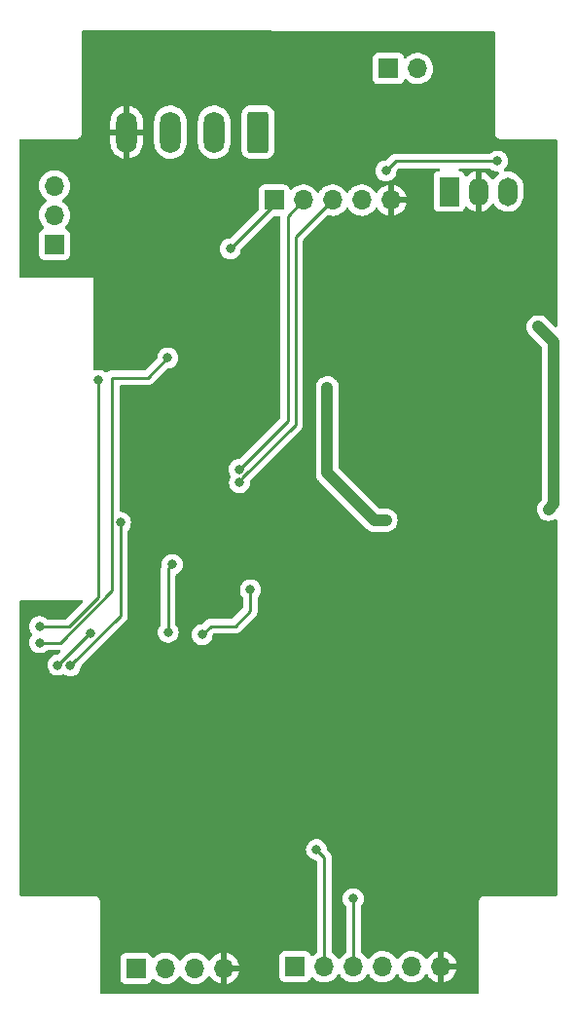
<source format=gbr>
%TF.GenerationSoftware,KiCad,Pcbnew,6.0.2+dfsg-1*%
%TF.CreationDate,2022-09-01T21:00:27+02:00*%
%TF.ProjectId,vscp-din-esp32-can-z102,76736370-2d64-4696-9e2d-65737033322d,rev?*%
%TF.SameCoordinates,Original*%
%TF.FileFunction,Copper,L2,Bot*%
%TF.FilePolarity,Positive*%
%FSLAX46Y46*%
G04 Gerber Fmt 4.6, Leading zero omitted, Abs format (unit mm)*
G04 Created by KiCad (PCBNEW 6.0.2+dfsg-1) date 2022-09-01 21:00:27*
%MOMM*%
%LPD*%
G01*
G04 APERTURE LIST*
G04 Aperture macros list*
%AMRoundRect*
0 Rectangle with rounded corners*
0 $1 Rounding radius*
0 $2 $3 $4 $5 $6 $7 $8 $9 X,Y pos of 4 corners*
0 Add a 4 corners polygon primitive as box body*
4,1,4,$2,$3,$4,$5,$6,$7,$8,$9,$2,$3,0*
0 Add four circle primitives for the rounded corners*
1,1,$1+$1,$2,$3*
1,1,$1+$1,$4,$5*
1,1,$1+$1,$6,$7*
1,1,$1+$1,$8,$9*
0 Add four rect primitives between the rounded corners*
20,1,$1+$1,$2,$3,$4,$5,0*
20,1,$1+$1,$4,$5,$6,$7,0*
20,1,$1+$1,$6,$7,$8,$9,0*
20,1,$1+$1,$8,$9,$2,$3,0*%
G04 Aperture macros list end*
%TA.AperFunction,ComponentPad*%
%ADD10R,1.700000X1.700000*%
%TD*%
%TA.AperFunction,ComponentPad*%
%ADD11O,1.700000X1.700000*%
%TD*%
%TA.AperFunction,ComponentPad*%
%ADD12R,1.700000X2.500000*%
%TD*%
%TA.AperFunction,ComponentPad*%
%ADD13O,1.700000X2.500000*%
%TD*%
%TA.AperFunction,ComponentPad*%
%ADD14RoundRect,0.250000X0.650000X1.550000X-0.650000X1.550000X-0.650000X-1.550000X0.650000X-1.550000X0*%
%TD*%
%TA.AperFunction,ComponentPad*%
%ADD15O,1.800000X3.600000*%
%TD*%
%TA.AperFunction,ViaPad*%
%ADD16C,0.800000*%
%TD*%
%TA.AperFunction,Conductor*%
%ADD17C,0.250000*%
%TD*%
%TA.AperFunction,Conductor*%
%ADD18C,1.000000*%
%TD*%
G04 APERTURE END LIST*
D10*
%TO.P,J1,1,Pin_1*%
%TO.N,/MISO*%
X142375000Y-81250000D03*
D11*
%TO.P,J1,2,Pin_2*%
%TO.N,/SCK*%
X144915000Y-81250000D03*
%TO.P,J1,3,Pin_3*%
%TO.N,/MOSI*%
X147455000Y-81250000D03*
%TO.P,J1,4,Pin_4*%
%TO.N,+3V3*%
X149995000Y-81250000D03*
%TO.P,J1,5,Pin_5*%
%TO.N,GND*%
X152535000Y-81250000D03*
%TD*%
D10*
%TO.P,J6,1,Pin_1*%
%TO.N,/leda*%
X123250000Y-85100000D03*
D11*
%TO.P,J6,2,Pin_2*%
%TO.N,Net-(R11-Pad2)*%
X123250000Y-82560000D03*
%TO.P,J6,3,Pin_3*%
%TO.N,/ledb*%
X123250000Y-80020000D03*
%TD*%
D10*
%TO.P,J5,1,Pin_1*%
%TO.N,+28V*%
X130350000Y-148000000D03*
D11*
%TO.P,J5,2,Pin_2*%
%TO.N,/USB D-*%
X132890000Y-148000000D03*
%TO.P,J5,3,Pin_3*%
%TO.N,/USB D+*%
X135430000Y-148000000D03*
%TO.P,J5,4,Pin_4*%
%TO.N,GND*%
X137970000Y-148000000D03*
%TD*%
D12*
%TO.P,U4,1,IN*%
%TO.N,+28V*%
X157602500Y-80492500D03*
D13*
%TO.P,U4,2,GND*%
%TO.N,GND*%
X160142500Y-80492500D03*
%TO.P,U4,3,OUT*%
%TO.N,+3V3*%
X162682500Y-80492500D03*
%TD*%
D14*
%TO.P,J4,1,Pin_1*%
%TO.N,Net-(J4-Pad1)*%
X140960000Y-75332500D03*
D15*
%TO.P,J4,2,Pin_2*%
%TO.N,Net-(D3-Pad2)*%
X137150000Y-75332500D03*
%TO.P,J4,3,Pin_3*%
%TO.N,Net-(D3-Pad1)*%
X133340000Y-75332500D03*
%TO.P,J4,4,Pin_4*%
%TO.N,GND*%
X129530000Y-75332500D03*
%TD*%
D10*
%TO.P,J3,1,Pin_1*%
%TO.N,Net-(J3-Pad1)*%
X144200000Y-147850000D03*
D11*
%TO.P,J3,2,Pin_2*%
%TO.N,/rx*%
X146740000Y-147850000D03*
%TO.P,J3,3,Pin_3*%
%TO.N,/tx*%
X149280000Y-147850000D03*
%TO.P,J3,4,Pin_4*%
%TO.N,Net-(J3-Pad4)*%
X151820000Y-147850000D03*
%TO.P,J3,5,Pin_5*%
%TO.N,+3V3*%
X154360000Y-147850000D03*
%TO.P,J3,6,Pin_6*%
%TO.N,GND*%
X156900000Y-147850000D03*
%TD*%
D10*
%TO.P,J2,1,Pin_1*%
%TO.N,Net-(J2-Pad1)*%
X152310000Y-69800000D03*
D11*
%TO.P,J2,2,Pin_2*%
%TO.N,Net-(D3-Pad2)*%
X154850000Y-69800000D03*
%TD*%
D16*
%TO.N,GND*%
X135400000Y-106350000D03*
X137450000Y-108200000D03*
X135350000Y-77100000D03*
X166150000Y-76750000D03*
X132700000Y-96950000D03*
X127650000Y-95100000D03*
X131800000Y-83000000D03*
X130700000Y-88600000D03*
X136000000Y-89700000D03*
X134100000Y-145950000D03*
X141150000Y-146800000D03*
X147850000Y-142100000D03*
X148000000Y-145250000D03*
X150600000Y-145700000D03*
X142750000Y-139250000D03*
%TO.N,+3V3*%
X161800000Y-77850000D03*
X152100000Y-78700000D03*
%TO.N,/MOSI*%
X139350000Y-105800000D03*
%TO.N,/SCK*%
X139300000Y-104650000D03*
%TO.N,/MISO*%
X138550000Y-85474500D03*
%TO.N,GND*%
X141900000Y-114200000D03*
X130600000Y-117800000D03*
X135300000Y-112400000D03*
X127950000Y-145200000D03*
X124200000Y-116900000D03*
X166000000Y-140650000D03*
X138400000Y-141150000D03*
X145800000Y-108100000D03*
X149650000Y-116900000D03*
X151500000Y-140100000D03*
X126300000Y-135000000D03*
X126750000Y-123050000D03*
X158600000Y-110200000D03*
X130500000Y-101900000D03*
X138100000Y-97500000D03*
X161950000Y-83350000D03*
X154700000Y-72650000D03*
X155350000Y-85050000D03*
X155250000Y-81600000D03*
X123750000Y-77250000D03*
X141000000Y-78700000D03*
X131400000Y-77100000D03*
X127900000Y-78100000D03*
%TO.N,/rx*%
X124650000Y-121700000D03*
X146050000Y-137675500D03*
X129000000Y-109250000D03*
%TO.N,/tx*%
X126400000Y-118900000D03*
X149250000Y-141950000D03*
X123550000Y-121650000D03*
%TO.N,/flash*%
X140300000Y-115100000D03*
X136100000Y-119000000D03*
%TO.N,/reset*%
X133150000Y-118800000D03*
X133500000Y-112900000D03*
%TO.N,Net-(R2-Pad1)*%
X133100000Y-94950000D03*
X121950000Y-119700000D03*
%TO.N,Net-(R1-Pad1)*%
X121950000Y-118300000D03*
X127100000Y-96900000D03*
%TO.N,+28V*%
X166250000Y-108100000D03*
X165350000Y-92250000D03*
%TO.N,Net-(L1-Pad1)*%
X152100000Y-109050000D03*
X147000000Y-97550000D03*
%TD*%
D17*
%TO.N,+3V3*%
X152950000Y-77850000D02*
X161800000Y-77850000D01*
X152100000Y-78700000D02*
X152950000Y-77850000D01*
%TO.N,/MOSI*%
X139600103Y-105374511D02*
X144250000Y-100724614D01*
X144250000Y-100724614D02*
X144250000Y-84455000D01*
X144250000Y-84455000D02*
X147455000Y-81250000D01*
%TO.N,/SCK*%
X139300000Y-104650000D02*
X143549511Y-100400489D01*
X143549511Y-100400489D02*
X143549511Y-82615489D01*
X143549511Y-82615489D02*
X144915000Y-81250000D01*
%TO.N,/MISO*%
X142375000Y-81649500D02*
X142375000Y-81250000D01*
X138550000Y-85474500D02*
X142375000Y-81649500D01*
%TO.N,/rx*%
X129000000Y-117350000D02*
X124650000Y-121700000D01*
X129000000Y-109250000D02*
X129000000Y-117350000D01*
X146050000Y-137675500D02*
X146740000Y-138365500D01*
X146740000Y-138365500D02*
X146740000Y-147850000D01*
%TO.N,/tx*%
X126400000Y-118900000D02*
X126300000Y-118900000D01*
X126300000Y-118900000D02*
X123550000Y-121650000D01*
X149250000Y-141950000D02*
X149280000Y-141980000D01*
X149280000Y-141980000D02*
X149280000Y-147850000D01*
%TO.N,/flash*%
X140300000Y-116950000D02*
X140300000Y-115100000D01*
X136850000Y-118250000D02*
X139000000Y-118250000D01*
X139000000Y-118250000D02*
X140300000Y-116950000D01*
%TO.N,Net-(R2-Pad1)*%
X128275489Y-96674511D02*
X128275489Y-114775489D01*
X128275489Y-114775489D02*
X128275489Y-115187032D01*
D18*
%TO.N,Net-(L1-Pad1)*%
X147000000Y-104950000D02*
X151100000Y-109050000D01*
X151100000Y-109050000D02*
X152100000Y-109050000D01*
D17*
%TO.N,/flash*%
X136850000Y-118250000D02*
X136100000Y-119000000D01*
%TO.N,/reset*%
X133150000Y-113250000D02*
X133500000Y-112900000D01*
X133150000Y-118800000D02*
X133150000Y-113250000D01*
%TO.N,Net-(R2-Pad1)*%
X128275489Y-115187032D02*
X123762521Y-119700000D01*
X133100000Y-94950000D02*
X131375489Y-96674511D01*
X123762521Y-119700000D02*
X121950000Y-119700000D01*
X131375489Y-96674511D02*
X128275489Y-96674511D01*
%TO.N,Net-(R1-Pad1)*%
X127100000Y-115726804D02*
X127100000Y-96900000D01*
X121950000Y-118300000D02*
X124526804Y-118300000D01*
X124526804Y-118300000D02*
X127100000Y-115726804D01*
D18*
%TO.N,+28V*%
X166700000Y-93600000D02*
X165350000Y-92250000D01*
X166250000Y-108100000D02*
X166700000Y-107650000D01*
X166700000Y-107650000D02*
X166700000Y-93600000D01*
%TO.N,Net-(L1-Pad1)*%
X147000000Y-97550000D02*
X147000000Y-104950000D01*
%TD*%
%TA.AperFunction,Conductor*%
%TO.N,GND*%
G36*
X158791581Y-66528530D02*
G01*
X161466170Y-66532144D01*
X161534264Y-66552238D01*
X161580684Y-66605957D01*
X161592000Y-66658144D01*
X161592000Y-75416298D01*
X161591998Y-75417068D01*
X161591524Y-75494652D01*
X161593990Y-75503281D01*
X161593991Y-75503286D01*
X161599639Y-75523048D01*
X161603217Y-75539809D01*
X161606130Y-75560152D01*
X161606133Y-75560162D01*
X161607405Y-75569045D01*
X161618021Y-75592395D01*
X161624464Y-75609907D01*
X161631512Y-75634565D01*
X161647274Y-75659548D01*
X161655404Y-75674614D01*
X161667633Y-75701510D01*
X161684374Y-75720939D01*
X161695479Y-75735947D01*
X161709160Y-75757631D01*
X161715888Y-75763573D01*
X161731296Y-75777181D01*
X161743340Y-75789373D01*
X161762619Y-75811747D01*
X161770147Y-75816626D01*
X161770150Y-75816629D01*
X161784139Y-75825696D01*
X161799013Y-75836986D01*
X161818228Y-75853956D01*
X161826354Y-75857771D01*
X161826355Y-75857772D01*
X161832021Y-75860432D01*
X161844966Y-75866510D01*
X161859935Y-75874824D01*
X161884727Y-75890893D01*
X161901650Y-75895954D01*
X161909290Y-75898239D01*
X161926736Y-75904901D01*
X161949948Y-75915799D01*
X161979130Y-75920343D01*
X161995849Y-75924126D01*
X162015536Y-75930014D01*
X162015539Y-75930015D01*
X162024141Y-75932587D01*
X162033116Y-75932642D01*
X162033117Y-75932642D01*
X162039810Y-75932683D01*
X162058556Y-75932797D01*
X162059328Y-75932830D01*
X162060423Y-75933000D01*
X162091298Y-75933000D01*
X162092068Y-75933002D01*
X162165716Y-75933452D01*
X162165717Y-75933452D01*
X162169652Y-75933476D01*
X162170996Y-75933092D01*
X162172341Y-75933000D01*
X166866000Y-75933000D01*
X166934121Y-75953002D01*
X166980614Y-76006658D01*
X166992000Y-76059000D01*
X166992000Y-92161574D01*
X166971998Y-92229695D01*
X166918342Y-92276188D01*
X166848068Y-92286292D01*
X166783488Y-92256798D01*
X166776905Y-92250670D01*
X166030094Y-91503860D01*
X166027925Y-91501691D01*
X165913739Y-91407897D01*
X165739437Y-91314438D01*
X165630781Y-91281218D01*
X165556200Y-91258416D01*
X165556198Y-91258416D01*
X165550302Y-91256613D01*
X165492449Y-91250736D01*
X165359666Y-91237248D01*
X165359661Y-91237248D01*
X165353538Y-91236626D01*
X165229475Y-91248354D01*
X165162771Y-91254659D01*
X165162769Y-91254659D01*
X165156638Y-91255239D01*
X165061871Y-91283490D01*
X164973007Y-91309981D01*
X164973005Y-91309982D01*
X164967104Y-91311741D01*
X164792154Y-91403982D01*
X164638453Y-91528447D01*
X164511854Y-91680396D01*
X164417178Y-91854041D01*
X164358035Y-92042768D01*
X164336676Y-92239388D01*
X164353913Y-92436413D01*
X164355632Y-92442330D01*
X164355633Y-92442335D01*
X164393614Y-92573064D01*
X164409091Y-92626336D01*
X164500108Y-92801926D01*
X164503948Y-92806736D01*
X164594542Y-92920223D01*
X164594549Y-92920230D01*
X164596738Y-92922973D01*
X164599233Y-92925468D01*
X165654595Y-93980829D01*
X165688620Y-94043141D01*
X165691500Y-94069924D01*
X165691500Y-107180076D01*
X165671498Y-107248197D01*
X165654595Y-107269171D01*
X165501691Y-107422075D01*
X165407897Y-107536261D01*
X165314438Y-107710563D01*
X165256613Y-107899698D01*
X165236626Y-108096462D01*
X165247722Y-108213846D01*
X165252827Y-108267842D01*
X165255239Y-108293362D01*
X165311741Y-108482896D01*
X165403982Y-108657846D01*
X165407858Y-108662632D01*
X165407859Y-108662634D01*
X165506330Y-108784235D01*
X165528447Y-108811547D01*
X165680396Y-108938146D01*
X165854041Y-109032822D01*
X165931433Y-109057075D01*
X166036886Y-109090122D01*
X166036889Y-109090123D01*
X166042768Y-109091965D01*
X166048891Y-109092630D01*
X166048895Y-109092631D01*
X166233263Y-109112659D01*
X166233267Y-109112659D01*
X166239388Y-109113324D01*
X166436413Y-109096087D01*
X166442330Y-109094368D01*
X166442335Y-109094367D01*
X166591826Y-109050935D01*
X166626336Y-109040909D01*
X166801926Y-108949892D01*
X166802320Y-108950652D01*
X166865404Y-108931804D01*
X166933618Y-108951484D01*
X166980365Y-109004919D01*
X166992000Y-109057803D01*
X166992000Y-141591000D01*
X166971998Y-141659121D01*
X166918342Y-141705614D01*
X166866000Y-141717000D01*
X160708702Y-141717000D01*
X160707932Y-141716998D01*
X160707078Y-141716993D01*
X160630348Y-141716524D01*
X160621719Y-141718990D01*
X160621714Y-141718991D01*
X160601952Y-141724639D01*
X160585191Y-141728217D01*
X160564848Y-141731130D01*
X160564838Y-141731133D01*
X160555955Y-141732405D01*
X160532605Y-141743021D01*
X160515093Y-141749464D01*
X160507057Y-141751761D01*
X160490435Y-141756512D01*
X160465452Y-141772274D01*
X160450386Y-141780404D01*
X160423490Y-141792633D01*
X160404061Y-141809374D01*
X160389053Y-141820479D01*
X160367369Y-141834160D01*
X160361427Y-141840888D01*
X160347819Y-141856296D01*
X160335627Y-141868340D01*
X160313253Y-141887619D01*
X160308374Y-141895147D01*
X160308371Y-141895150D01*
X160299304Y-141909139D01*
X160288014Y-141924013D01*
X160271044Y-141943228D01*
X160258490Y-141969966D01*
X160250176Y-141984935D01*
X160234107Y-142009727D01*
X160231535Y-142018327D01*
X160226761Y-142034290D01*
X160220099Y-142051736D01*
X160209201Y-142074948D01*
X160204658Y-142104128D01*
X160200874Y-142120849D01*
X160194986Y-142140536D01*
X160194985Y-142140539D01*
X160192413Y-142149141D01*
X160192358Y-142158116D01*
X160192358Y-142158117D01*
X160192203Y-142183546D01*
X160192170Y-142184328D01*
X160192000Y-142185423D01*
X160192000Y-142216298D01*
X160191998Y-142217068D01*
X160191524Y-142294652D01*
X160191908Y-142295996D01*
X160192000Y-142297341D01*
X160192000Y-150091000D01*
X160171998Y-150159121D01*
X160118342Y-150205614D01*
X160066000Y-150217000D01*
X127334000Y-150217000D01*
X127265879Y-150196998D01*
X127219386Y-150143342D01*
X127208000Y-150091000D01*
X127208000Y-148898134D01*
X128991500Y-148898134D01*
X128998255Y-148960316D01*
X129049385Y-149096705D01*
X129136739Y-149213261D01*
X129253295Y-149300615D01*
X129389684Y-149351745D01*
X129451866Y-149358500D01*
X131248134Y-149358500D01*
X131310316Y-149351745D01*
X131446705Y-149300615D01*
X131563261Y-149213261D01*
X131650615Y-149096705D01*
X131672799Y-149037529D01*
X131694598Y-148979382D01*
X131737240Y-148922618D01*
X131803802Y-148897918D01*
X131873150Y-148913126D01*
X131907817Y-148941114D01*
X131936250Y-148973938D01*
X132108126Y-149116632D01*
X132301000Y-149229338D01*
X132509692Y-149309030D01*
X132514760Y-149310061D01*
X132514763Y-149310062D01*
X132609862Y-149329410D01*
X132728597Y-149353567D01*
X132733772Y-149353757D01*
X132733774Y-149353757D01*
X132946673Y-149361564D01*
X132946677Y-149361564D01*
X132951837Y-149361753D01*
X132956957Y-149361097D01*
X132956959Y-149361097D01*
X133168288Y-149334025D01*
X133168289Y-149334025D01*
X133173416Y-149333368D01*
X133178366Y-149331883D01*
X133382429Y-149270661D01*
X133382434Y-149270659D01*
X133387384Y-149269174D01*
X133587994Y-149170896D01*
X133769860Y-149041173D01*
X133793223Y-149017892D01*
X133913616Y-148897918D01*
X133928096Y-148883489D01*
X133970888Y-148823938D01*
X134058453Y-148702077D01*
X134059776Y-148703028D01*
X134106645Y-148659857D01*
X134176580Y-148647625D01*
X134242026Y-148675144D01*
X134269875Y-148706994D01*
X134329987Y-148805088D01*
X134476250Y-148973938D01*
X134648126Y-149116632D01*
X134841000Y-149229338D01*
X135049692Y-149309030D01*
X135054760Y-149310061D01*
X135054763Y-149310062D01*
X135149862Y-149329410D01*
X135268597Y-149353567D01*
X135273772Y-149353757D01*
X135273774Y-149353757D01*
X135486673Y-149361564D01*
X135486677Y-149361564D01*
X135491837Y-149361753D01*
X135496957Y-149361097D01*
X135496959Y-149361097D01*
X135708288Y-149334025D01*
X135708289Y-149334025D01*
X135713416Y-149333368D01*
X135718366Y-149331883D01*
X135922429Y-149270661D01*
X135922434Y-149270659D01*
X135927384Y-149269174D01*
X136127994Y-149170896D01*
X136309860Y-149041173D01*
X136333223Y-149017892D01*
X136453616Y-148897918D01*
X136468096Y-148883489D01*
X136510888Y-148823938D01*
X136598453Y-148702077D01*
X136599640Y-148702930D01*
X136646960Y-148659362D01*
X136716897Y-148647145D01*
X136782338Y-148674678D01*
X136810166Y-148706511D01*
X136867694Y-148800388D01*
X136873777Y-148808699D01*
X137013213Y-148969667D01*
X137020580Y-148976883D01*
X137184434Y-149112916D01*
X137192881Y-149118831D01*
X137376756Y-149226279D01*
X137386042Y-149230729D01*
X137585001Y-149306703D01*
X137594899Y-149309579D01*
X137698250Y-149330606D01*
X137712299Y-149329410D01*
X137716000Y-149319065D01*
X137716000Y-149318517D01*
X138224000Y-149318517D01*
X138228064Y-149332359D01*
X138241478Y-149334393D01*
X138248184Y-149333534D01*
X138258262Y-149331392D01*
X138462255Y-149270191D01*
X138471842Y-149266433D01*
X138663095Y-149172739D01*
X138671945Y-149167464D01*
X138845328Y-149043792D01*
X138853200Y-149037139D01*
X139004052Y-148886812D01*
X139010730Y-148878965D01*
X139104741Y-148748134D01*
X142841500Y-148748134D01*
X142848255Y-148810316D01*
X142899385Y-148946705D01*
X142986739Y-149063261D01*
X143103295Y-149150615D01*
X143239684Y-149201745D01*
X143301866Y-149208500D01*
X145098134Y-149208500D01*
X145160316Y-149201745D01*
X145296705Y-149150615D01*
X145413261Y-149063261D01*
X145500615Y-148946705D01*
X145517550Y-148901531D01*
X145544598Y-148829382D01*
X145587240Y-148772618D01*
X145653802Y-148747918D01*
X145723150Y-148763126D01*
X145757817Y-148791114D01*
X145786250Y-148823938D01*
X145958126Y-148966632D01*
X146151000Y-149079338D01*
X146155825Y-149081180D01*
X146155826Y-149081181D01*
X146215298Y-149103891D01*
X146359692Y-149159030D01*
X146364760Y-149160061D01*
X146364763Y-149160062D01*
X146459862Y-149179410D01*
X146578597Y-149203567D01*
X146583772Y-149203757D01*
X146583774Y-149203757D01*
X146796673Y-149211564D01*
X146796677Y-149211564D01*
X146801837Y-149211753D01*
X146806957Y-149211097D01*
X146806959Y-149211097D01*
X147018288Y-149184025D01*
X147018289Y-149184025D01*
X147023416Y-149183368D01*
X147028366Y-149181883D01*
X147232429Y-149120661D01*
X147232434Y-149120659D01*
X147237384Y-149119174D01*
X147437994Y-149020896D01*
X147619860Y-148891173D01*
X147624237Y-148886812D01*
X147763616Y-148747918D01*
X147778096Y-148733489D01*
X147797135Y-148706994D01*
X147908453Y-148552077D01*
X147909776Y-148553028D01*
X147956645Y-148509857D01*
X148026580Y-148497625D01*
X148092026Y-148525144D01*
X148119875Y-148556994D01*
X148179987Y-148655088D01*
X148326250Y-148823938D01*
X148498126Y-148966632D01*
X148691000Y-149079338D01*
X148695825Y-149081180D01*
X148695826Y-149081181D01*
X148755298Y-149103891D01*
X148899692Y-149159030D01*
X148904760Y-149160061D01*
X148904763Y-149160062D01*
X148999862Y-149179410D01*
X149118597Y-149203567D01*
X149123772Y-149203757D01*
X149123774Y-149203757D01*
X149336673Y-149211564D01*
X149336677Y-149211564D01*
X149341837Y-149211753D01*
X149346957Y-149211097D01*
X149346959Y-149211097D01*
X149558288Y-149184025D01*
X149558289Y-149184025D01*
X149563416Y-149183368D01*
X149568366Y-149181883D01*
X149772429Y-149120661D01*
X149772434Y-149120659D01*
X149777384Y-149119174D01*
X149977994Y-149020896D01*
X150159860Y-148891173D01*
X150164237Y-148886812D01*
X150303616Y-148747918D01*
X150318096Y-148733489D01*
X150337135Y-148706994D01*
X150448453Y-148552077D01*
X150449776Y-148553028D01*
X150496645Y-148509857D01*
X150566580Y-148497625D01*
X150632026Y-148525144D01*
X150659875Y-148556994D01*
X150719987Y-148655088D01*
X150866250Y-148823938D01*
X151038126Y-148966632D01*
X151231000Y-149079338D01*
X151235825Y-149081180D01*
X151235826Y-149081181D01*
X151295298Y-149103891D01*
X151439692Y-149159030D01*
X151444760Y-149160061D01*
X151444763Y-149160062D01*
X151539862Y-149179410D01*
X151658597Y-149203567D01*
X151663772Y-149203757D01*
X151663774Y-149203757D01*
X151876673Y-149211564D01*
X151876677Y-149211564D01*
X151881837Y-149211753D01*
X151886957Y-149211097D01*
X151886959Y-149211097D01*
X152098288Y-149184025D01*
X152098289Y-149184025D01*
X152103416Y-149183368D01*
X152108366Y-149181883D01*
X152312429Y-149120661D01*
X152312434Y-149120659D01*
X152317384Y-149119174D01*
X152517994Y-149020896D01*
X152699860Y-148891173D01*
X152704237Y-148886812D01*
X152843616Y-148747918D01*
X152858096Y-148733489D01*
X152877135Y-148706994D01*
X152988453Y-148552077D01*
X152989776Y-148553028D01*
X153036645Y-148509857D01*
X153106580Y-148497625D01*
X153172026Y-148525144D01*
X153199875Y-148556994D01*
X153259987Y-148655088D01*
X153406250Y-148823938D01*
X153578126Y-148966632D01*
X153771000Y-149079338D01*
X153775825Y-149081180D01*
X153775826Y-149081181D01*
X153835298Y-149103891D01*
X153979692Y-149159030D01*
X153984760Y-149160061D01*
X153984763Y-149160062D01*
X154079862Y-149179410D01*
X154198597Y-149203567D01*
X154203772Y-149203757D01*
X154203774Y-149203757D01*
X154416673Y-149211564D01*
X154416677Y-149211564D01*
X154421837Y-149211753D01*
X154426957Y-149211097D01*
X154426959Y-149211097D01*
X154638288Y-149184025D01*
X154638289Y-149184025D01*
X154643416Y-149183368D01*
X154648366Y-149181883D01*
X154852429Y-149120661D01*
X154852434Y-149120659D01*
X154857384Y-149119174D01*
X155057994Y-149020896D01*
X155239860Y-148891173D01*
X155244237Y-148886812D01*
X155383616Y-148747918D01*
X155398096Y-148733489D01*
X155417135Y-148706994D01*
X155528453Y-148552077D01*
X155529640Y-148552930D01*
X155576960Y-148509362D01*
X155646897Y-148497145D01*
X155712338Y-148524678D01*
X155740166Y-148556511D01*
X155797694Y-148650388D01*
X155803777Y-148658699D01*
X155943213Y-148819667D01*
X155950580Y-148826883D01*
X156114434Y-148962916D01*
X156122881Y-148968831D01*
X156306756Y-149076279D01*
X156316042Y-149080729D01*
X156515001Y-149156703D01*
X156524899Y-149159579D01*
X156628250Y-149180606D01*
X156642299Y-149179410D01*
X156646000Y-149169065D01*
X156646000Y-149168517D01*
X157154000Y-149168517D01*
X157158064Y-149182359D01*
X157171478Y-149184393D01*
X157178184Y-149183534D01*
X157188262Y-149181392D01*
X157392255Y-149120191D01*
X157401842Y-149116433D01*
X157593095Y-149022739D01*
X157601945Y-149017464D01*
X157775328Y-148893792D01*
X157783200Y-148887139D01*
X157934052Y-148736812D01*
X157940730Y-148728965D01*
X158065003Y-148556020D01*
X158070313Y-148547183D01*
X158164670Y-148356267D01*
X158168469Y-148346672D01*
X158230377Y-148142910D01*
X158232555Y-148132837D01*
X158233986Y-148121962D01*
X158231775Y-148107778D01*
X158218617Y-148104000D01*
X157172115Y-148104000D01*
X157156876Y-148108475D01*
X157155671Y-148109865D01*
X157154000Y-148117548D01*
X157154000Y-149168517D01*
X156646000Y-149168517D01*
X156646000Y-147577885D01*
X157154000Y-147577885D01*
X157158475Y-147593124D01*
X157159865Y-147594329D01*
X157167548Y-147596000D01*
X158218344Y-147596000D01*
X158231875Y-147592027D01*
X158233180Y-147582947D01*
X158191214Y-147415875D01*
X158187894Y-147406124D01*
X158102972Y-147210814D01*
X158098105Y-147201739D01*
X157982426Y-147022926D01*
X157976136Y-147014757D01*
X157832806Y-146857240D01*
X157825273Y-146850215D01*
X157658139Y-146718222D01*
X157649552Y-146712517D01*
X157463117Y-146609599D01*
X157453705Y-146605369D01*
X157252959Y-146534280D01*
X157242988Y-146531646D01*
X157171837Y-146518972D01*
X157158540Y-146520432D01*
X157154000Y-146534989D01*
X157154000Y-147577885D01*
X156646000Y-147577885D01*
X156646000Y-146533102D01*
X156642082Y-146519758D01*
X156627806Y-146517771D01*
X156589324Y-146523660D01*
X156579288Y-146526051D01*
X156376868Y-146592212D01*
X156367359Y-146596209D01*
X156178463Y-146694542D01*
X156169738Y-146700036D01*
X155999433Y-146827905D01*
X155991726Y-146834748D01*
X155844590Y-146988717D01*
X155838109Y-146996722D01*
X155733498Y-147150074D01*
X155678587Y-147195076D01*
X155608062Y-147203247D01*
X155544315Y-147171993D01*
X155523618Y-147147509D01*
X155442822Y-147022617D01*
X155442820Y-147022614D01*
X155440014Y-147018277D01*
X155289670Y-146853051D01*
X155285619Y-146849852D01*
X155285615Y-146849848D01*
X155118414Y-146717800D01*
X155118410Y-146717798D01*
X155114359Y-146714598D01*
X155109831Y-146712098D01*
X155040734Y-146673955D01*
X154918789Y-146606638D01*
X154913920Y-146604914D01*
X154913916Y-146604912D01*
X154713087Y-146533795D01*
X154713083Y-146533794D01*
X154708212Y-146532069D01*
X154703119Y-146531162D01*
X154703116Y-146531161D01*
X154493373Y-146493800D01*
X154493367Y-146493799D01*
X154488284Y-146492894D01*
X154414452Y-146491992D01*
X154270081Y-146490228D01*
X154270079Y-146490228D01*
X154264911Y-146490165D01*
X154044091Y-146523955D01*
X153831756Y-146593357D01*
X153758757Y-146631358D01*
X153657975Y-146683822D01*
X153633607Y-146696507D01*
X153629474Y-146699610D01*
X153629471Y-146699612D01*
X153513429Y-146786739D01*
X153454965Y-146830635D01*
X153451393Y-146834373D01*
X153311622Y-146980635D01*
X153300629Y-146992138D01*
X153193201Y-147149621D01*
X153138293Y-147194621D01*
X153067768Y-147202792D01*
X153004021Y-147171538D01*
X152983324Y-147147054D01*
X152902822Y-147022617D01*
X152902820Y-147022614D01*
X152900014Y-147018277D01*
X152749670Y-146853051D01*
X152745619Y-146849852D01*
X152745615Y-146849848D01*
X152578414Y-146717800D01*
X152578410Y-146717798D01*
X152574359Y-146714598D01*
X152569831Y-146712098D01*
X152500734Y-146673955D01*
X152378789Y-146606638D01*
X152373920Y-146604914D01*
X152373916Y-146604912D01*
X152173087Y-146533795D01*
X152173083Y-146533794D01*
X152168212Y-146532069D01*
X152163119Y-146531162D01*
X152163116Y-146531161D01*
X151953373Y-146493800D01*
X151953367Y-146493799D01*
X151948284Y-146492894D01*
X151874452Y-146491992D01*
X151730081Y-146490228D01*
X151730079Y-146490228D01*
X151724911Y-146490165D01*
X151504091Y-146523955D01*
X151291756Y-146593357D01*
X151218757Y-146631358D01*
X151117975Y-146683822D01*
X151093607Y-146696507D01*
X151089474Y-146699610D01*
X151089471Y-146699612D01*
X150973429Y-146786739D01*
X150914965Y-146830635D01*
X150911393Y-146834373D01*
X150771622Y-146980635D01*
X150760629Y-146992138D01*
X150653201Y-147149621D01*
X150598293Y-147194621D01*
X150527768Y-147202792D01*
X150464021Y-147171538D01*
X150443324Y-147147054D01*
X150362822Y-147022617D01*
X150362820Y-147022614D01*
X150360014Y-147018277D01*
X150209670Y-146853051D01*
X150205619Y-146849852D01*
X150205615Y-146849848D01*
X150038414Y-146717800D01*
X150038410Y-146717798D01*
X150034359Y-146714598D01*
X150029835Y-146712101D01*
X150029831Y-146712098D01*
X149978608Y-146683822D01*
X149928636Y-146633390D01*
X149913500Y-146573513D01*
X149913500Y-142619206D01*
X149933502Y-142551085D01*
X149945864Y-142534896D01*
X149984621Y-142491852D01*
X149984622Y-142491851D01*
X149989040Y-142486944D01*
X150084527Y-142321556D01*
X150143542Y-142139928D01*
X150146413Y-142112618D01*
X150162814Y-141956565D01*
X150163504Y-141950000D01*
X150154921Y-141868341D01*
X150144232Y-141766635D01*
X150144232Y-141766633D01*
X150143542Y-141760072D01*
X150084527Y-141578444D01*
X149989040Y-141413056D01*
X149861253Y-141271134D01*
X149706752Y-141158882D01*
X149700724Y-141156198D01*
X149700722Y-141156197D01*
X149538319Y-141083891D01*
X149538318Y-141083891D01*
X149532288Y-141081206D01*
X149438887Y-141061353D01*
X149351944Y-141042872D01*
X149351939Y-141042872D01*
X149345487Y-141041500D01*
X149154513Y-141041500D01*
X149148061Y-141042872D01*
X149148056Y-141042872D01*
X149061113Y-141061353D01*
X148967712Y-141081206D01*
X148961682Y-141083891D01*
X148961681Y-141083891D01*
X148799278Y-141156197D01*
X148799276Y-141156198D01*
X148793248Y-141158882D01*
X148638747Y-141271134D01*
X148510960Y-141413056D01*
X148415473Y-141578444D01*
X148356458Y-141760072D01*
X148355768Y-141766633D01*
X148355768Y-141766635D01*
X148345079Y-141868341D01*
X148336496Y-141950000D01*
X148337186Y-141956565D01*
X148353588Y-142112618D01*
X148356458Y-142139928D01*
X148415473Y-142321556D01*
X148510960Y-142486944D01*
X148515378Y-142491851D01*
X148515379Y-142491852D01*
X148614136Y-142601533D01*
X148644854Y-142665540D01*
X148646500Y-142685843D01*
X148646500Y-146571692D01*
X148626498Y-146639813D01*
X148578683Y-146683453D01*
X148553607Y-146696507D01*
X148549474Y-146699610D01*
X148549471Y-146699612D01*
X148433429Y-146786739D01*
X148374965Y-146830635D01*
X148371393Y-146834373D01*
X148231622Y-146980635D01*
X148220629Y-146992138D01*
X148113201Y-147149621D01*
X148058293Y-147194621D01*
X147987768Y-147202792D01*
X147924021Y-147171538D01*
X147903324Y-147147054D01*
X147822822Y-147022617D01*
X147822820Y-147022614D01*
X147820014Y-147018277D01*
X147669670Y-146853051D01*
X147665619Y-146849852D01*
X147665615Y-146849848D01*
X147498414Y-146717800D01*
X147498410Y-146717798D01*
X147494359Y-146714598D01*
X147489835Y-146712101D01*
X147489831Y-146712098D01*
X147438608Y-146683822D01*
X147388636Y-146633390D01*
X147373500Y-146573513D01*
X147373500Y-138444263D01*
X147374027Y-138433079D01*
X147375701Y-138425591D01*
X147373562Y-138357532D01*
X147373500Y-138353575D01*
X147373500Y-138325644D01*
X147372994Y-138321638D01*
X147372061Y-138309792D01*
X147370922Y-138273537D01*
X147370673Y-138265610D01*
X147365022Y-138246158D01*
X147361014Y-138226806D01*
X147359467Y-138214563D01*
X147358474Y-138206703D01*
X147355556Y-138199332D01*
X147342200Y-138165597D01*
X147338355Y-138154370D01*
X147337721Y-138152187D01*
X147326018Y-138111907D01*
X147321984Y-138105085D01*
X147321981Y-138105079D01*
X147315706Y-138094468D01*
X147307010Y-138076718D01*
X147302472Y-138065256D01*
X147302469Y-138065251D01*
X147299552Y-138057883D01*
X147273573Y-138022125D01*
X147267057Y-138012207D01*
X147248575Y-137980957D01*
X147244542Y-137974137D01*
X147230218Y-137959813D01*
X147217376Y-137944778D01*
X147205472Y-137928393D01*
X147171406Y-137900211D01*
X147162627Y-137892222D01*
X146997122Y-137726717D01*
X146963096Y-137664405D01*
X146960907Y-137650792D01*
X146944232Y-137492135D01*
X146944232Y-137492133D01*
X146943542Y-137485572D01*
X146884527Y-137303944D01*
X146789040Y-137138556D01*
X146661253Y-136996634D01*
X146506752Y-136884382D01*
X146500724Y-136881698D01*
X146500722Y-136881697D01*
X146338319Y-136809391D01*
X146338318Y-136809391D01*
X146332288Y-136806706D01*
X146238888Y-136786853D01*
X146151944Y-136768372D01*
X146151939Y-136768372D01*
X146145487Y-136767000D01*
X145954513Y-136767000D01*
X145948061Y-136768372D01*
X145948056Y-136768372D01*
X145861112Y-136786853D01*
X145767712Y-136806706D01*
X145761682Y-136809391D01*
X145761681Y-136809391D01*
X145599278Y-136881697D01*
X145599276Y-136881698D01*
X145593248Y-136884382D01*
X145438747Y-136996634D01*
X145310960Y-137138556D01*
X145215473Y-137303944D01*
X145156458Y-137485572D01*
X145136496Y-137675500D01*
X145156458Y-137865428D01*
X145215473Y-138047056D01*
X145310960Y-138212444D01*
X145315378Y-138217351D01*
X145315379Y-138217352D01*
X145416447Y-138329599D01*
X145438747Y-138354366D01*
X145593248Y-138466618D01*
X145599276Y-138469302D01*
X145599278Y-138469303D01*
X145761681Y-138541609D01*
X145767712Y-138544294D01*
X145861113Y-138564147D01*
X145948056Y-138582628D01*
X145948061Y-138582628D01*
X145954513Y-138584000D01*
X145980500Y-138584000D01*
X146048621Y-138604002D01*
X146095114Y-138657658D01*
X146106500Y-138710000D01*
X146106500Y-146571692D01*
X146086498Y-146639813D01*
X146038683Y-146683453D01*
X146013607Y-146696507D01*
X146009474Y-146699610D01*
X146009471Y-146699612D01*
X145893429Y-146786739D01*
X145834965Y-146830635D01*
X145765530Y-146903295D01*
X145754283Y-146915064D01*
X145692759Y-146950494D01*
X145621846Y-146947037D01*
X145564060Y-146905791D01*
X145545207Y-146872243D01*
X145503767Y-146761703D01*
X145500615Y-146753295D01*
X145413261Y-146636739D01*
X145296705Y-146549385D01*
X145160316Y-146498255D01*
X145098134Y-146491500D01*
X143301866Y-146491500D01*
X143239684Y-146498255D01*
X143103295Y-146549385D01*
X142986739Y-146636739D01*
X142899385Y-146753295D01*
X142848255Y-146889684D01*
X142841500Y-146951866D01*
X142841500Y-148748134D01*
X139104741Y-148748134D01*
X139135003Y-148706020D01*
X139140313Y-148697183D01*
X139234670Y-148506267D01*
X139238469Y-148496672D01*
X139300377Y-148292910D01*
X139302555Y-148282837D01*
X139303986Y-148271962D01*
X139301775Y-148257778D01*
X139288617Y-148254000D01*
X138242115Y-148254000D01*
X138226876Y-148258475D01*
X138225671Y-148259865D01*
X138224000Y-148267548D01*
X138224000Y-149318517D01*
X137716000Y-149318517D01*
X137716000Y-147727885D01*
X138224000Y-147727885D01*
X138228475Y-147743124D01*
X138229865Y-147744329D01*
X138237548Y-147746000D01*
X139288344Y-147746000D01*
X139301875Y-147742027D01*
X139303180Y-147732947D01*
X139261214Y-147565875D01*
X139257894Y-147556124D01*
X139172972Y-147360814D01*
X139168105Y-147351739D01*
X139052426Y-147172926D01*
X139046136Y-147164757D01*
X138902806Y-147007240D01*
X138895273Y-147000215D01*
X138728139Y-146868222D01*
X138719552Y-146862517D01*
X138533117Y-146759599D01*
X138523705Y-146755369D01*
X138322959Y-146684280D01*
X138312988Y-146681646D01*
X138241837Y-146668972D01*
X138228540Y-146670432D01*
X138224000Y-146684989D01*
X138224000Y-147727885D01*
X137716000Y-147727885D01*
X137716000Y-146683102D01*
X137712082Y-146669758D01*
X137697806Y-146667771D01*
X137659324Y-146673660D01*
X137649288Y-146676051D01*
X137446868Y-146742212D01*
X137437359Y-146746209D01*
X137248463Y-146844542D01*
X137239738Y-146850036D01*
X137069433Y-146977905D01*
X137061726Y-146984748D01*
X136914590Y-147138717D01*
X136908109Y-147146722D01*
X136803498Y-147300074D01*
X136748587Y-147345076D01*
X136678062Y-147353247D01*
X136614315Y-147321993D01*
X136593618Y-147297509D01*
X136512822Y-147172617D01*
X136512820Y-147172614D01*
X136510014Y-147168277D01*
X136359670Y-147003051D01*
X136355619Y-146999852D01*
X136355615Y-146999848D01*
X136188414Y-146867800D01*
X136188410Y-146867798D01*
X136184359Y-146864598D01*
X136148028Y-146844542D01*
X136117210Y-146827530D01*
X135988789Y-146756638D01*
X135983920Y-146754914D01*
X135983916Y-146754912D01*
X135783087Y-146683795D01*
X135783083Y-146683794D01*
X135778212Y-146682069D01*
X135773119Y-146681162D01*
X135773116Y-146681161D01*
X135563373Y-146643800D01*
X135563367Y-146643799D01*
X135558284Y-146642894D01*
X135484452Y-146641992D01*
X135340081Y-146640228D01*
X135340079Y-146640228D01*
X135334911Y-146640165D01*
X135114091Y-146673955D01*
X134901756Y-146743357D01*
X134703607Y-146846507D01*
X134699474Y-146849610D01*
X134699471Y-146849612D01*
X134529100Y-146977530D01*
X134524965Y-146980635D01*
X134509897Y-146996403D01*
X134413729Y-147097037D01*
X134370629Y-147142138D01*
X134263201Y-147299621D01*
X134208293Y-147344621D01*
X134137768Y-147352792D01*
X134074021Y-147321538D01*
X134053324Y-147297054D01*
X133972822Y-147172617D01*
X133972820Y-147172614D01*
X133970014Y-147168277D01*
X133819670Y-147003051D01*
X133815619Y-146999852D01*
X133815615Y-146999848D01*
X133648414Y-146867800D01*
X133648410Y-146867798D01*
X133644359Y-146864598D01*
X133608028Y-146844542D01*
X133577210Y-146827530D01*
X133448789Y-146756638D01*
X133443920Y-146754914D01*
X133443916Y-146754912D01*
X133243087Y-146683795D01*
X133243083Y-146683794D01*
X133238212Y-146682069D01*
X133233119Y-146681162D01*
X133233116Y-146681161D01*
X133023373Y-146643800D01*
X133023367Y-146643799D01*
X133018284Y-146642894D01*
X132944452Y-146641992D01*
X132800081Y-146640228D01*
X132800079Y-146640228D01*
X132794911Y-146640165D01*
X132574091Y-146673955D01*
X132361756Y-146743357D01*
X132163607Y-146846507D01*
X132159474Y-146849610D01*
X132159471Y-146849612D01*
X131989100Y-146977530D01*
X131984965Y-146980635D01*
X131928537Y-147039684D01*
X131904283Y-147065064D01*
X131842759Y-147100494D01*
X131771846Y-147097037D01*
X131714060Y-147055791D01*
X131695207Y-147022243D01*
X131653767Y-146911703D01*
X131650615Y-146903295D01*
X131563261Y-146786739D01*
X131446705Y-146699385D01*
X131310316Y-146648255D01*
X131248134Y-146641500D01*
X129451866Y-146641500D01*
X129389684Y-146648255D01*
X129253295Y-146699385D01*
X129136739Y-146786739D01*
X129049385Y-146903295D01*
X128998255Y-147039684D01*
X128991500Y-147101866D01*
X128991500Y-148898134D01*
X127208000Y-148898134D01*
X127208000Y-142233702D01*
X127208002Y-142232932D01*
X127208421Y-142164322D01*
X127208476Y-142155348D01*
X127206010Y-142146719D01*
X127206009Y-142146714D01*
X127200361Y-142126952D01*
X127196783Y-142110191D01*
X127193870Y-142089848D01*
X127193867Y-142089838D01*
X127192595Y-142080955D01*
X127181979Y-142057605D01*
X127175536Y-142040093D01*
X127170954Y-142024063D01*
X127168488Y-142015435D01*
X127152726Y-141990452D01*
X127144596Y-141975386D01*
X127132367Y-141948490D01*
X127115626Y-141929061D01*
X127104521Y-141914053D01*
X127095630Y-141899961D01*
X127090840Y-141892369D01*
X127068703Y-141872818D01*
X127056659Y-141860626D01*
X127043239Y-141845051D01*
X127043237Y-141845050D01*
X127037381Y-141838253D01*
X127029853Y-141833374D01*
X127029850Y-141833371D01*
X127015861Y-141824304D01*
X127000987Y-141813014D01*
X126988502Y-141801988D01*
X126981772Y-141796044D01*
X126973646Y-141792229D01*
X126973645Y-141792228D01*
X126967979Y-141789568D01*
X126955034Y-141783490D01*
X126940065Y-141775176D01*
X126915273Y-141759107D01*
X126890709Y-141751761D01*
X126873264Y-141745099D01*
X126868827Y-141743016D01*
X126850052Y-141734201D01*
X126820870Y-141729657D01*
X126804151Y-141725874D01*
X126784464Y-141719986D01*
X126784461Y-141719985D01*
X126775859Y-141717413D01*
X126766884Y-141717358D01*
X126766883Y-141717358D01*
X126760190Y-141717317D01*
X126741444Y-141717203D01*
X126740672Y-141717170D01*
X126739577Y-141717000D01*
X126708702Y-141717000D01*
X126707932Y-141716998D01*
X126634284Y-141716548D01*
X126634283Y-141716548D01*
X126630348Y-141716524D01*
X126629004Y-141716908D01*
X126627659Y-141717000D01*
X120334000Y-141717000D01*
X120265879Y-141696998D01*
X120219386Y-141643342D01*
X120208000Y-141591000D01*
X120208000Y-116126000D01*
X120228002Y-116057879D01*
X120281658Y-116011386D01*
X120334000Y-116000000D01*
X125626710Y-116000000D01*
X125694831Y-116020002D01*
X125741324Y-116073658D01*
X125751428Y-116143932D01*
X125721934Y-116208512D01*
X125715807Y-116215093D01*
X125004860Y-116926039D01*
X124301304Y-117629595D01*
X124238992Y-117663621D01*
X124212209Y-117666500D01*
X122658200Y-117666500D01*
X122590079Y-117646498D01*
X122570853Y-117630157D01*
X122570580Y-117630460D01*
X122565668Y-117626037D01*
X122561253Y-117621134D01*
X122406752Y-117508882D01*
X122400724Y-117506198D01*
X122400722Y-117506197D01*
X122238319Y-117433891D01*
X122238318Y-117433891D01*
X122232288Y-117431206D01*
X122138887Y-117411353D01*
X122051944Y-117392872D01*
X122051939Y-117392872D01*
X122045487Y-117391500D01*
X121854513Y-117391500D01*
X121848061Y-117392872D01*
X121848056Y-117392872D01*
X121761113Y-117411353D01*
X121667712Y-117431206D01*
X121661682Y-117433891D01*
X121661681Y-117433891D01*
X121499278Y-117506197D01*
X121499276Y-117506198D01*
X121493248Y-117508882D01*
X121338747Y-117621134D01*
X121334326Y-117626044D01*
X121334325Y-117626045D01*
X121221758Y-117751064D01*
X121210960Y-117763056D01*
X121168717Y-117836223D01*
X121119579Y-117921333D01*
X121115473Y-117928444D01*
X121056458Y-118110072D01*
X121055768Y-118116633D01*
X121055768Y-118116635D01*
X121046355Y-118206197D01*
X121036496Y-118300000D01*
X121037186Y-118306565D01*
X121054235Y-118468774D01*
X121056458Y-118489928D01*
X121115473Y-118671556D01*
X121118776Y-118677278D01*
X121118777Y-118677279D01*
X121137303Y-118709366D01*
X121210960Y-118836944D01*
X121215378Y-118841851D01*
X121215379Y-118841852D01*
X121281863Y-118915690D01*
X121312581Y-118979697D01*
X121303816Y-119050151D01*
X121281863Y-119084310D01*
X121210960Y-119163056D01*
X121115473Y-119328444D01*
X121056458Y-119510072D01*
X121055768Y-119516633D01*
X121055768Y-119516635D01*
X121053118Y-119541852D01*
X121036496Y-119700000D01*
X121037186Y-119706565D01*
X121053955Y-119866109D01*
X121056458Y-119889928D01*
X121115473Y-120071556D01*
X121210960Y-120236944D01*
X121338747Y-120378866D01*
X121493248Y-120491118D01*
X121499276Y-120493802D01*
X121499278Y-120493803D01*
X121607558Y-120542012D01*
X121667712Y-120568794D01*
X121761113Y-120588647D01*
X121848056Y-120607128D01*
X121848061Y-120607128D01*
X121854513Y-120608500D01*
X122045487Y-120608500D01*
X122051939Y-120607128D01*
X122051944Y-120607128D01*
X122138887Y-120588647D01*
X122232288Y-120568794D01*
X122292442Y-120542012D01*
X122400722Y-120493803D01*
X122400724Y-120493802D01*
X122406752Y-120491118D01*
X122561253Y-120378866D01*
X122565668Y-120373963D01*
X122570580Y-120369540D01*
X122571705Y-120370789D01*
X122625014Y-120337949D01*
X122658200Y-120333500D01*
X123666405Y-120333500D01*
X123734526Y-120353502D01*
X123781019Y-120407158D01*
X123791123Y-120477432D01*
X123761629Y-120542012D01*
X123755500Y-120548595D01*
X123599500Y-120704595D01*
X123537188Y-120738621D01*
X123510405Y-120741500D01*
X123454513Y-120741500D01*
X123448061Y-120742872D01*
X123448056Y-120742872D01*
X123361113Y-120761353D01*
X123267712Y-120781206D01*
X123261682Y-120783891D01*
X123261681Y-120783891D01*
X123099278Y-120856197D01*
X123099276Y-120856198D01*
X123093248Y-120858882D01*
X122938747Y-120971134D01*
X122810960Y-121113056D01*
X122715473Y-121278444D01*
X122656458Y-121460072D01*
X122636496Y-121650000D01*
X122656458Y-121839928D01*
X122715473Y-122021556D01*
X122810960Y-122186944D01*
X122815378Y-122191851D01*
X122815379Y-122191852D01*
X122855980Y-122236944D01*
X122938747Y-122328866D01*
X123007566Y-122378866D01*
X123073803Y-122426990D01*
X123093248Y-122441118D01*
X123099276Y-122443802D01*
X123099278Y-122443803D01*
X123196833Y-122487237D01*
X123267712Y-122518794D01*
X123361112Y-122538647D01*
X123448056Y-122557128D01*
X123448061Y-122557128D01*
X123454513Y-122558500D01*
X123645487Y-122558500D01*
X123651939Y-122557128D01*
X123651944Y-122557128D01*
X123738888Y-122538647D01*
X123832288Y-122518794D01*
X123838319Y-122516109D01*
X124000718Y-122443805D01*
X124000722Y-122443803D01*
X124000918Y-122443716D01*
X124000920Y-122443715D01*
X124006752Y-122441118D01*
X124007227Y-122442184D01*
X124069834Y-122426990D01*
X124137908Y-122450911D01*
X124193248Y-122491118D01*
X124199276Y-122493802D01*
X124199278Y-122493803D01*
X124344591Y-122558500D01*
X124367712Y-122568794D01*
X124461113Y-122588647D01*
X124548056Y-122607128D01*
X124548061Y-122607128D01*
X124554513Y-122608500D01*
X124745487Y-122608500D01*
X124751939Y-122607128D01*
X124751944Y-122607128D01*
X124838887Y-122588647D01*
X124932288Y-122568794D01*
X124955409Y-122558500D01*
X125100722Y-122493803D01*
X125100724Y-122493802D01*
X125106752Y-122491118D01*
X125261253Y-122378866D01*
X125389040Y-122236944D01*
X125484527Y-122071556D01*
X125543542Y-121889928D01*
X125560907Y-121724706D01*
X125587920Y-121659050D01*
X125597122Y-121648782D01*
X128445905Y-118800000D01*
X132236496Y-118800000D01*
X132237186Y-118806565D01*
X132255383Y-118979697D01*
X132256458Y-118989928D01*
X132315473Y-119171556D01*
X132410960Y-119336944D01*
X132538747Y-119478866D01*
X132693248Y-119591118D01*
X132699276Y-119593802D01*
X132699278Y-119593803D01*
X132861681Y-119666109D01*
X132867712Y-119668794D01*
X132933365Y-119682749D01*
X133048056Y-119707128D01*
X133048061Y-119707128D01*
X133054513Y-119708500D01*
X133245487Y-119708500D01*
X133251939Y-119707128D01*
X133251944Y-119707128D01*
X133366635Y-119682749D01*
X133432288Y-119668794D01*
X133438319Y-119666109D01*
X133600722Y-119593803D01*
X133600724Y-119593802D01*
X133606752Y-119591118D01*
X133761253Y-119478866D01*
X133889040Y-119336944D01*
X133984527Y-119171556D01*
X134040269Y-119000000D01*
X135186496Y-119000000D01*
X135187186Y-119006565D01*
X135205129Y-119177279D01*
X135206458Y-119189928D01*
X135265473Y-119371556D01*
X135360960Y-119536944D01*
X135365378Y-119541851D01*
X135365379Y-119541852D01*
X135479678Y-119668794D01*
X135488747Y-119678866D01*
X135643248Y-119791118D01*
X135649276Y-119793802D01*
X135649278Y-119793803D01*
X135811681Y-119866109D01*
X135817712Y-119868794D01*
X135886263Y-119883365D01*
X135998056Y-119907128D01*
X135998061Y-119907128D01*
X136004513Y-119908500D01*
X136195487Y-119908500D01*
X136201939Y-119907128D01*
X136201944Y-119907128D01*
X136313737Y-119883365D01*
X136382288Y-119868794D01*
X136388319Y-119866109D01*
X136550722Y-119793803D01*
X136550724Y-119793802D01*
X136556752Y-119791118D01*
X136711253Y-119678866D01*
X136720322Y-119668794D01*
X136834621Y-119541852D01*
X136834622Y-119541851D01*
X136839040Y-119536944D01*
X136934527Y-119371556D01*
X136993542Y-119189928D01*
X136994872Y-119177279D01*
X137010907Y-119024707D01*
X137037920Y-118959050D01*
X137047122Y-118948782D01*
X137075499Y-118920405D01*
X137137811Y-118886379D01*
X137164594Y-118883500D01*
X138921233Y-118883500D01*
X138932416Y-118884027D01*
X138939909Y-118885702D01*
X138947835Y-118885453D01*
X138947836Y-118885453D01*
X139007986Y-118883562D01*
X139011945Y-118883500D01*
X139039856Y-118883500D01*
X139043791Y-118883003D01*
X139043856Y-118882995D01*
X139055693Y-118882062D01*
X139087951Y-118881048D01*
X139091970Y-118880922D01*
X139099889Y-118880673D01*
X139119343Y-118875021D01*
X139138700Y-118871013D01*
X139150930Y-118869468D01*
X139150931Y-118869468D01*
X139158797Y-118868474D01*
X139166168Y-118865555D01*
X139166170Y-118865555D01*
X139199912Y-118852196D01*
X139211142Y-118848351D01*
X139245983Y-118838229D01*
X139245984Y-118838229D01*
X139253593Y-118836018D01*
X139260412Y-118831985D01*
X139260417Y-118831983D01*
X139271028Y-118825707D01*
X139288776Y-118817012D01*
X139307617Y-118809552D01*
X139315543Y-118803794D01*
X139343387Y-118783564D01*
X139353307Y-118777048D01*
X139384535Y-118758580D01*
X139384538Y-118758578D01*
X139391362Y-118754542D01*
X139405683Y-118740221D01*
X139420717Y-118727380D01*
X139430694Y-118720131D01*
X139437107Y-118715472D01*
X139465298Y-118681395D01*
X139473288Y-118672616D01*
X140692247Y-117453657D01*
X140700537Y-117446113D01*
X140707018Y-117442000D01*
X140718259Y-117430030D01*
X140753658Y-117392333D01*
X140756413Y-117389491D01*
X140776135Y-117369769D01*
X140778612Y-117366576D01*
X140786317Y-117357555D01*
X140811159Y-117331100D01*
X140816586Y-117325321D01*
X140822710Y-117314181D01*
X140826346Y-117307568D01*
X140837202Y-117291041D01*
X140844757Y-117281302D01*
X140844758Y-117281300D01*
X140849614Y-117275040D01*
X140867174Y-117234460D01*
X140872391Y-117223812D01*
X140889875Y-117192009D01*
X140889876Y-117192007D01*
X140893695Y-117185060D01*
X140898733Y-117165437D01*
X140905137Y-117146734D01*
X140910033Y-117135420D01*
X140910033Y-117135419D01*
X140913181Y-117128145D01*
X140914420Y-117120322D01*
X140914423Y-117120312D01*
X140920099Y-117084476D01*
X140922505Y-117072856D01*
X140931528Y-117037711D01*
X140931528Y-117037710D01*
X140933500Y-117030030D01*
X140933500Y-117009776D01*
X140935051Y-116990065D01*
X140936980Y-116977886D01*
X140938220Y-116970057D01*
X140934059Y-116926038D01*
X140933500Y-116914181D01*
X140933500Y-115802524D01*
X140953502Y-115734403D01*
X140965858Y-115718221D01*
X141039040Y-115636944D01*
X141134527Y-115471556D01*
X141193542Y-115289928D01*
X141213504Y-115100000D01*
X141193542Y-114910072D01*
X141134527Y-114728444D01*
X141039040Y-114563056D01*
X140911253Y-114421134D01*
X140756752Y-114308882D01*
X140750724Y-114306198D01*
X140750722Y-114306197D01*
X140588319Y-114233891D01*
X140588318Y-114233891D01*
X140582288Y-114231206D01*
X140488888Y-114211353D01*
X140401944Y-114192872D01*
X140401939Y-114192872D01*
X140395487Y-114191500D01*
X140204513Y-114191500D01*
X140198061Y-114192872D01*
X140198056Y-114192872D01*
X140111112Y-114211353D01*
X140017712Y-114231206D01*
X140011682Y-114233891D01*
X140011681Y-114233891D01*
X139849278Y-114306197D01*
X139849276Y-114306198D01*
X139843248Y-114308882D01*
X139688747Y-114421134D01*
X139560960Y-114563056D01*
X139465473Y-114728444D01*
X139406458Y-114910072D01*
X139386496Y-115100000D01*
X139406458Y-115289928D01*
X139465473Y-115471556D01*
X139560960Y-115636944D01*
X139634137Y-115718215D01*
X139664853Y-115782221D01*
X139666500Y-115802524D01*
X139666500Y-116635405D01*
X139646498Y-116703526D01*
X139629595Y-116724501D01*
X138774499Y-117579596D01*
X138712187Y-117613621D01*
X138685404Y-117616500D01*
X136928767Y-117616500D01*
X136917584Y-117615973D01*
X136910091Y-117614298D01*
X136902165Y-117614547D01*
X136902164Y-117614547D01*
X136842014Y-117616438D01*
X136838055Y-117616500D01*
X136810144Y-117616500D01*
X136806210Y-117616997D01*
X136806209Y-117616997D01*
X136806144Y-117617005D01*
X136794307Y-117617938D01*
X136762490Y-117618938D01*
X136758029Y-117619078D01*
X136750110Y-117619327D01*
X136734706Y-117623802D01*
X136730658Y-117624978D01*
X136711306Y-117628986D01*
X136704235Y-117629880D01*
X136691203Y-117631526D01*
X136683834Y-117634443D01*
X136683832Y-117634444D01*
X136650097Y-117647800D01*
X136638869Y-117651645D01*
X136596407Y-117663982D01*
X136589585Y-117668016D01*
X136589579Y-117668019D01*
X136578968Y-117674294D01*
X136561218Y-117682990D01*
X136549756Y-117687528D01*
X136549751Y-117687531D01*
X136542383Y-117690448D01*
X136535968Y-117695109D01*
X136506625Y-117716427D01*
X136496707Y-117722943D01*
X136482915Y-117731100D01*
X136458637Y-117745458D01*
X136444313Y-117759782D01*
X136429281Y-117772621D01*
X136412893Y-117784528D01*
X136396065Y-117804870D01*
X136384712Y-117818593D01*
X136376722Y-117827373D01*
X136149500Y-118054595D01*
X136087188Y-118088621D01*
X136060405Y-118091500D01*
X136004513Y-118091500D01*
X135998061Y-118092872D01*
X135998056Y-118092872D01*
X135917139Y-118110072D01*
X135817712Y-118131206D01*
X135811682Y-118133891D01*
X135811681Y-118133891D01*
X135649278Y-118206197D01*
X135649276Y-118206198D01*
X135643248Y-118208882D01*
X135637907Y-118212762D01*
X135637906Y-118212763D01*
X135619636Y-118226037D01*
X135488747Y-118321134D01*
X135360960Y-118463056D01*
X135265473Y-118628444D01*
X135206458Y-118810072D01*
X135205768Y-118816633D01*
X135205768Y-118816635D01*
X135198793Y-118883003D01*
X135186496Y-119000000D01*
X134040269Y-119000000D01*
X134043542Y-118989928D01*
X134044618Y-118979697D01*
X134062814Y-118806565D01*
X134063504Y-118800000D01*
X134058726Y-118754542D01*
X134044232Y-118616635D01*
X134044232Y-118616633D01*
X134043542Y-118610072D01*
X133984527Y-118428444D01*
X133889040Y-118263056D01*
X133815863Y-118181785D01*
X133785147Y-118117779D01*
X133783500Y-118097476D01*
X133783500Y-113850080D01*
X133803502Y-113781959D01*
X133858251Y-113734973D01*
X133956752Y-113691118D01*
X134111253Y-113578866D01*
X134239040Y-113436944D01*
X134334527Y-113271556D01*
X134393542Y-113089928D01*
X134401424Y-113014940D01*
X134412814Y-112906565D01*
X134413504Y-112900000D01*
X134393542Y-112710072D01*
X134334527Y-112528444D01*
X134239040Y-112363056D01*
X134111253Y-112221134D01*
X133956752Y-112108882D01*
X133950724Y-112106198D01*
X133950722Y-112106197D01*
X133788319Y-112033891D01*
X133788318Y-112033891D01*
X133782288Y-112031206D01*
X133688888Y-112011353D01*
X133601944Y-111992872D01*
X133601939Y-111992872D01*
X133595487Y-111991500D01*
X133404513Y-111991500D01*
X133398061Y-111992872D01*
X133398056Y-111992872D01*
X133311112Y-112011353D01*
X133217712Y-112031206D01*
X133211682Y-112033891D01*
X133211681Y-112033891D01*
X133049278Y-112106197D01*
X133049276Y-112106198D01*
X133043248Y-112108882D01*
X132888747Y-112221134D01*
X132760960Y-112363056D01*
X132665473Y-112528444D01*
X132606458Y-112710072D01*
X132586496Y-112900000D01*
X132587186Y-112906565D01*
X132587186Y-112906569D01*
X132587664Y-112911116D01*
X132572770Y-112984989D01*
X132556305Y-113014940D01*
X132554334Y-113022615D01*
X132554334Y-113022616D01*
X132551267Y-113034562D01*
X132544863Y-113053266D01*
X132536819Y-113071855D01*
X132535580Y-113079678D01*
X132535577Y-113079688D01*
X132529901Y-113115524D01*
X132527495Y-113127144D01*
X132516500Y-113169970D01*
X132516500Y-113190224D01*
X132514949Y-113209934D01*
X132511780Y-113229943D01*
X132512526Y-113237835D01*
X132515941Y-113273961D01*
X132516500Y-113285819D01*
X132516500Y-118097476D01*
X132496498Y-118165597D01*
X132484142Y-118181779D01*
X132410960Y-118263056D01*
X132315473Y-118428444D01*
X132256458Y-118610072D01*
X132255768Y-118616633D01*
X132255768Y-118616635D01*
X132241274Y-118754542D01*
X132236496Y-118800000D01*
X128445905Y-118800000D01*
X129392253Y-117853652D01*
X129400539Y-117846112D01*
X129407018Y-117842000D01*
X129453644Y-117792348D01*
X129456398Y-117789507D01*
X129476135Y-117769770D01*
X129478615Y-117766573D01*
X129486320Y-117757551D01*
X129511159Y-117731100D01*
X129516586Y-117725321D01*
X129520405Y-117718375D01*
X129520407Y-117718372D01*
X129526348Y-117707566D01*
X129537199Y-117691047D01*
X129544758Y-117681301D01*
X129549614Y-117675041D01*
X129552759Y-117667772D01*
X129552762Y-117667768D01*
X129567174Y-117634463D01*
X129572391Y-117623813D01*
X129593695Y-117585060D01*
X129598733Y-117565437D01*
X129605137Y-117546734D01*
X129610033Y-117535420D01*
X129610033Y-117535419D01*
X129613181Y-117528145D01*
X129614420Y-117520322D01*
X129614423Y-117520312D01*
X129620099Y-117484476D01*
X129622505Y-117472856D01*
X129631528Y-117437711D01*
X129631528Y-117437710D01*
X129633500Y-117430030D01*
X129633500Y-117409776D01*
X129635051Y-117390065D01*
X129636980Y-117377886D01*
X129638220Y-117370057D01*
X129634059Y-117326038D01*
X129633500Y-117314181D01*
X129633500Y-109952524D01*
X129653502Y-109884403D01*
X129665858Y-109868221D01*
X129739040Y-109786944D01*
X129834527Y-109621556D01*
X129893542Y-109439928D01*
X129913504Y-109250000D01*
X129896894Y-109091965D01*
X129894232Y-109066635D01*
X129894232Y-109066633D01*
X129893542Y-109060072D01*
X129834527Y-108878444D01*
X129827488Y-108866251D01*
X129742341Y-108718774D01*
X129739040Y-108713056D01*
X129705940Y-108676294D01*
X129615675Y-108576045D01*
X129615674Y-108576044D01*
X129611253Y-108571134D01*
X129456752Y-108458882D01*
X129450724Y-108456198D01*
X129450722Y-108456197D01*
X129288319Y-108383891D01*
X129288318Y-108383891D01*
X129282288Y-108381206D01*
X129188887Y-108361353D01*
X129101944Y-108342872D01*
X129101939Y-108342872D01*
X129095487Y-108341500D01*
X129034989Y-108341500D01*
X128966868Y-108321498D01*
X128920375Y-108267842D01*
X128908989Y-108215500D01*
X128908989Y-97434011D01*
X128928991Y-97365890D01*
X128982647Y-97319397D01*
X129034989Y-97308011D01*
X131296722Y-97308011D01*
X131307905Y-97308538D01*
X131315398Y-97310213D01*
X131323324Y-97309964D01*
X131323325Y-97309964D01*
X131383475Y-97308073D01*
X131387434Y-97308011D01*
X131415345Y-97308011D01*
X131419280Y-97307514D01*
X131419345Y-97307506D01*
X131431182Y-97306573D01*
X131463440Y-97305559D01*
X131467459Y-97305433D01*
X131475378Y-97305184D01*
X131494832Y-97299532D01*
X131514189Y-97295524D01*
X131526419Y-97293979D01*
X131526420Y-97293979D01*
X131534286Y-97292985D01*
X131541657Y-97290066D01*
X131541659Y-97290066D01*
X131575401Y-97276707D01*
X131586631Y-97272862D01*
X131621472Y-97262740D01*
X131621473Y-97262740D01*
X131629082Y-97260529D01*
X131635901Y-97256496D01*
X131635906Y-97256494D01*
X131646517Y-97250218D01*
X131664265Y-97241523D01*
X131683106Y-97234063D01*
X131718876Y-97208075D01*
X131728796Y-97201559D01*
X131760024Y-97183091D01*
X131760027Y-97183089D01*
X131766851Y-97179053D01*
X131781172Y-97164732D01*
X131796206Y-97151891D01*
X131812596Y-97139983D01*
X131840787Y-97105906D01*
X131848777Y-97097127D01*
X133050500Y-95895405D01*
X133112812Y-95861379D01*
X133139595Y-95858500D01*
X133195487Y-95858500D01*
X133201939Y-95857128D01*
X133201944Y-95857128D01*
X133288887Y-95838647D01*
X133382288Y-95818794D01*
X133388319Y-95816109D01*
X133550722Y-95743803D01*
X133550724Y-95743802D01*
X133556752Y-95741118D01*
X133711253Y-95628866D01*
X133839040Y-95486944D01*
X133934527Y-95321556D01*
X133993542Y-95139928D01*
X134013504Y-94950000D01*
X133993542Y-94760072D01*
X133934527Y-94578444D01*
X133839040Y-94413056D01*
X133711253Y-94271134D01*
X133556752Y-94158882D01*
X133550724Y-94156198D01*
X133550722Y-94156197D01*
X133388319Y-94083891D01*
X133388318Y-94083891D01*
X133382288Y-94081206D01*
X133288887Y-94061353D01*
X133201944Y-94042872D01*
X133201939Y-94042872D01*
X133195487Y-94041500D01*
X133004513Y-94041500D01*
X132998061Y-94042872D01*
X132998056Y-94042872D01*
X132911112Y-94061353D01*
X132817712Y-94081206D01*
X132811682Y-94083891D01*
X132811681Y-94083891D01*
X132649278Y-94156197D01*
X132649276Y-94156198D01*
X132643248Y-94158882D01*
X132488747Y-94271134D01*
X132360960Y-94413056D01*
X132265473Y-94578444D01*
X132206458Y-94760072D01*
X132205768Y-94766633D01*
X132205768Y-94766635D01*
X132189093Y-94925293D01*
X132162080Y-94990950D01*
X132152878Y-95001218D01*
X131149989Y-96004106D01*
X131087677Y-96038132D01*
X131060894Y-96041011D01*
X128347282Y-96041011D01*
X128323673Y-96038779D01*
X128323370Y-96038721D01*
X128323366Y-96038721D01*
X128315583Y-96037236D01*
X128259538Y-96040762D01*
X128251627Y-96041011D01*
X128235633Y-96041011D01*
X128219759Y-96043017D01*
X128211899Y-96043759D01*
X128184440Y-96045487D01*
X128163752Y-96046788D01*
X128163751Y-96046788D01*
X128155839Y-96047286D01*
X128148298Y-96049736D01*
X128148002Y-96049832D01*
X128124858Y-96055005D01*
X128124554Y-96055043D01*
X128124549Y-96055044D01*
X128116692Y-96056037D01*
X128109327Y-96058953D01*
X128109323Y-96058954D01*
X128064478Y-96076710D01*
X128057059Y-96079382D01*
X128003614Y-96096747D01*
X127996918Y-96100997D01*
X127996917Y-96100997D01*
X127996658Y-96101161D01*
X127975531Y-96111926D01*
X127975243Y-96112040D01*
X127975238Y-96112043D01*
X127967872Y-96114959D01*
X127961464Y-96119615D01*
X127961458Y-96119618D01*
X127922437Y-96147969D01*
X127915900Y-96152412D01*
X127868471Y-96182511D01*
X127863045Y-96188289D01*
X127863044Y-96188290D01*
X127862830Y-96188518D01*
X127845037Y-96204204D01*
X127840551Y-96207463D01*
X127773682Y-96231319D01*
X127704531Y-96215236D01*
X127692433Y-96207460D01*
X127562094Y-96112763D01*
X127562093Y-96112762D01*
X127556752Y-96108882D01*
X127550724Y-96106198D01*
X127550722Y-96106197D01*
X127388319Y-96033891D01*
X127388318Y-96033891D01*
X127382288Y-96031206D01*
X127288888Y-96011353D01*
X127201944Y-95992872D01*
X127201939Y-95992872D01*
X127195487Y-95991500D01*
X127004513Y-95991500D01*
X126998061Y-95992872D01*
X126998056Y-95992872D01*
X126824167Y-96029834D01*
X126817712Y-96031206D01*
X126813998Y-96032860D01*
X126743968Y-96034860D01*
X126683170Y-95998197D01*
X126651845Y-95934485D01*
X126650000Y-95913000D01*
X126650000Y-88000000D01*
X120334000Y-88000000D01*
X120265879Y-87979998D01*
X120219386Y-87926342D01*
X120208000Y-87874000D01*
X120208000Y-82526695D01*
X121887251Y-82526695D01*
X121887548Y-82531848D01*
X121887548Y-82531851D01*
X121899233Y-82734500D01*
X121900110Y-82749715D01*
X121901247Y-82754761D01*
X121901248Y-82754767D01*
X121921119Y-82842939D01*
X121949222Y-82967639D01*
X122033266Y-83174616D01*
X122149987Y-83365088D01*
X122296250Y-83533938D01*
X122300230Y-83537242D01*
X122304981Y-83541187D01*
X122344616Y-83600090D01*
X122346113Y-83671071D01*
X122308997Y-83731593D01*
X122268724Y-83756112D01*
X122153295Y-83799385D01*
X122036739Y-83886739D01*
X121949385Y-84003295D01*
X121898255Y-84139684D01*
X121891500Y-84201866D01*
X121891500Y-85998134D01*
X121898255Y-86060316D01*
X121949385Y-86196705D01*
X122036739Y-86313261D01*
X122153295Y-86400615D01*
X122289684Y-86451745D01*
X122351866Y-86458500D01*
X124148134Y-86458500D01*
X124210316Y-86451745D01*
X124346705Y-86400615D01*
X124463261Y-86313261D01*
X124550615Y-86196705D01*
X124601745Y-86060316D01*
X124608500Y-85998134D01*
X124608500Y-85474500D01*
X137636496Y-85474500D01*
X137656458Y-85664428D01*
X137715473Y-85846056D01*
X137810960Y-86011444D01*
X137815378Y-86016351D01*
X137815379Y-86016352D01*
X137934325Y-86148455D01*
X137938747Y-86153366D01*
X138093248Y-86265618D01*
X138099276Y-86268302D01*
X138099278Y-86268303D01*
X138200256Y-86313261D01*
X138267712Y-86343294D01*
X138361113Y-86363147D01*
X138448056Y-86381628D01*
X138448061Y-86381628D01*
X138454513Y-86383000D01*
X138645487Y-86383000D01*
X138651939Y-86381628D01*
X138651944Y-86381628D01*
X138738888Y-86363147D01*
X138832288Y-86343294D01*
X138899744Y-86313261D01*
X139000722Y-86268303D01*
X139000724Y-86268302D01*
X139006752Y-86265618D01*
X139161253Y-86153366D01*
X139165675Y-86148455D01*
X139284621Y-86016352D01*
X139284622Y-86016351D01*
X139289040Y-86011444D01*
X139384527Y-85846056D01*
X139443542Y-85664428D01*
X139460907Y-85499206D01*
X139487920Y-85433550D01*
X139497122Y-85423282D01*
X142275000Y-82645405D01*
X142337312Y-82611379D01*
X142364095Y-82608500D01*
X142790011Y-82608500D01*
X142858132Y-82628502D01*
X142904625Y-82682158D01*
X142916011Y-82734500D01*
X142916011Y-100085895D01*
X142896009Y-100154016D01*
X142879106Y-100174990D01*
X139349500Y-103704595D01*
X139287188Y-103738621D01*
X139260405Y-103741500D01*
X139204513Y-103741500D01*
X139198061Y-103742872D01*
X139198056Y-103742872D01*
X139111112Y-103761353D01*
X139017712Y-103781206D01*
X139011682Y-103783891D01*
X139011681Y-103783891D01*
X138849278Y-103856197D01*
X138849276Y-103856198D01*
X138843248Y-103858882D01*
X138688747Y-103971134D01*
X138560960Y-104113056D01*
X138465473Y-104278444D01*
X138406458Y-104460072D01*
X138405768Y-104466633D01*
X138405768Y-104466635D01*
X138398870Y-104532266D01*
X138386496Y-104650000D01*
X138406458Y-104839928D01*
X138465473Y-105021556D01*
X138468776Y-105027278D01*
X138468777Y-105027279D01*
X138518921Y-105114130D01*
X138560960Y-105186944D01*
X138565375Y-105191847D01*
X138565589Y-105192142D01*
X138589447Y-105259010D01*
X138572771Y-105329201D01*
X138520680Y-105419426D01*
X138515473Y-105428444D01*
X138456458Y-105610072D01*
X138455768Y-105616633D01*
X138455768Y-105616635D01*
X138447712Y-105693287D01*
X138436496Y-105800000D01*
X138456458Y-105989928D01*
X138515473Y-106171556D01*
X138610960Y-106336944D01*
X138738747Y-106478866D01*
X138893248Y-106591118D01*
X138899276Y-106593802D01*
X138899278Y-106593803D01*
X139061681Y-106666109D01*
X139067712Y-106668794D01*
X139161112Y-106688647D01*
X139248056Y-106707128D01*
X139248061Y-106707128D01*
X139254513Y-106708500D01*
X139445487Y-106708500D01*
X139451939Y-106707128D01*
X139451944Y-106707128D01*
X139538887Y-106688647D01*
X139632288Y-106668794D01*
X139638319Y-106666109D01*
X139800722Y-106593803D01*
X139800724Y-106593802D01*
X139806752Y-106591118D01*
X139961253Y-106478866D01*
X140089040Y-106336944D01*
X140184527Y-106171556D01*
X140243542Y-105989928D01*
X140263504Y-105800000D01*
X140252686Y-105697071D01*
X140251432Y-105685136D01*
X140264205Y-105615298D01*
X140287647Y-105582871D01*
X140931130Y-104939388D01*
X145986676Y-104939388D01*
X145987213Y-104945523D01*
X145991050Y-104989388D01*
X145991379Y-104994214D01*
X145991500Y-104996686D01*
X145991500Y-104999769D01*
X145991801Y-105002837D01*
X145995690Y-105042506D01*
X145995812Y-105043819D01*
X146003913Y-105136413D01*
X146005400Y-105141532D01*
X146005920Y-105146833D01*
X146032791Y-105235834D01*
X146033126Y-105236967D01*
X146059091Y-105326336D01*
X146061544Y-105331068D01*
X146063084Y-105336169D01*
X146065978Y-105341612D01*
X146106731Y-105418260D01*
X146107343Y-105419426D01*
X146150108Y-105501926D01*
X146153431Y-105506089D01*
X146155934Y-105510796D01*
X146214755Y-105582918D01*
X146215446Y-105583774D01*
X146246738Y-105622973D01*
X146249242Y-105625477D01*
X146249884Y-105626195D01*
X146253585Y-105630528D01*
X146280935Y-105664062D01*
X146285682Y-105667989D01*
X146285684Y-105667991D01*
X146316262Y-105693287D01*
X146325042Y-105701277D01*
X148334329Y-107710563D01*
X150343145Y-109719379D01*
X150352247Y-109729522D01*
X150375968Y-109759025D01*
X150414421Y-109791291D01*
X150418070Y-109794473D01*
X150419883Y-109796117D01*
X150422075Y-109798309D01*
X150455276Y-109825580D01*
X150456164Y-109826318D01*
X150491437Y-109855915D01*
X150522753Y-109882193D01*
X150522756Y-109882195D01*
X150527474Y-109886154D01*
X150532147Y-109888723D01*
X150536262Y-109892103D01*
X150541691Y-109895014D01*
X150541694Y-109895016D01*
X150618180Y-109936028D01*
X150619338Y-109936657D01*
X150648201Y-109952524D01*
X150700787Y-109981433D01*
X150705865Y-109983044D01*
X150710563Y-109985563D01*
X150799498Y-110012753D01*
X150800702Y-110013128D01*
X150889306Y-110041235D01*
X150894597Y-110041828D01*
X150899698Y-110043388D01*
X150992311Y-110052795D01*
X150993431Y-110052915D01*
X151043227Y-110058500D01*
X151046756Y-110058500D01*
X151047739Y-110058555D01*
X151053426Y-110059003D01*
X151073683Y-110061060D01*
X151090336Y-110062752D01*
X151090339Y-110062752D01*
X151096463Y-110063374D01*
X151142112Y-110059059D01*
X151153969Y-110058500D01*
X152149769Y-110058500D01*
X152152825Y-110058200D01*
X152152832Y-110058200D01*
X152211340Y-110052463D01*
X152296833Y-110044080D01*
X152302734Y-110042298D01*
X152302736Y-110042298D01*
X152399324Y-110013136D01*
X152486169Y-109986916D01*
X152660796Y-109894066D01*
X152775800Y-109800271D01*
X152809287Y-109772960D01*
X152809290Y-109772957D01*
X152814062Y-109769065D01*
X152846775Y-109729522D01*
X152936201Y-109621425D01*
X152936203Y-109621421D01*
X152940130Y-109616675D01*
X153034198Y-109442701D01*
X153092682Y-109253768D01*
X153113355Y-109057075D01*
X153103789Y-108951965D01*
X153095989Y-108866251D01*
X153095988Y-108866248D01*
X153095430Y-108860112D01*
X153039590Y-108670381D01*
X152947960Y-108495110D01*
X152824032Y-108340975D01*
X152672526Y-108213846D01*
X152667128Y-108210879D01*
X152667123Y-108210875D01*
X152504608Y-108121533D01*
X152504609Y-108121533D01*
X152499213Y-108118567D01*
X152493346Y-108116706D01*
X152493344Y-108116705D01*
X152316564Y-108060627D01*
X152316563Y-108060627D01*
X152310694Y-108058765D01*
X152156773Y-108041500D01*
X151569924Y-108041500D01*
X151501803Y-108021498D01*
X151480829Y-108004595D01*
X148045405Y-104569171D01*
X148011379Y-104506859D01*
X148008500Y-104480076D01*
X148008500Y-97500231D01*
X148007814Y-97493227D01*
X148002007Y-97434011D01*
X147994080Y-97353167D01*
X147981112Y-97310213D01*
X147941512Y-97179053D01*
X147936916Y-97163831D01*
X147844066Y-96989204D01*
X147773709Y-96902938D01*
X147722960Y-96840713D01*
X147722957Y-96840710D01*
X147719065Y-96835938D01*
X147712724Y-96830692D01*
X147571425Y-96713799D01*
X147571421Y-96713797D01*
X147566675Y-96709870D01*
X147392701Y-96615802D01*
X147203768Y-96557318D01*
X147197643Y-96556674D01*
X147197642Y-96556674D01*
X147013204Y-96537289D01*
X147013202Y-96537289D01*
X147007075Y-96536645D01*
X146924576Y-96544153D01*
X146816251Y-96554011D01*
X146816248Y-96554012D01*
X146810112Y-96554570D01*
X146804206Y-96556308D01*
X146804202Y-96556309D01*
X146699076Y-96587249D01*
X146620381Y-96610410D01*
X146614923Y-96613263D01*
X146614919Y-96613265D01*
X146524147Y-96660720D01*
X146445110Y-96702040D01*
X146290975Y-96825968D01*
X146163846Y-96977474D01*
X146160879Y-96982872D01*
X146160875Y-96982877D01*
X146095752Y-97101338D01*
X146068567Y-97150787D01*
X146066706Y-97156654D01*
X146066705Y-97156656D01*
X146010627Y-97333436D01*
X146008765Y-97339306D01*
X145991500Y-97493227D01*
X145991500Y-104888157D01*
X145990763Y-104901764D01*
X145986676Y-104939388D01*
X140931130Y-104939388D01*
X144642247Y-101228271D01*
X144650537Y-101220727D01*
X144657018Y-101216614D01*
X144703659Y-101166946D01*
X144706413Y-101164105D01*
X144726134Y-101144384D01*
X144728612Y-101141189D01*
X144736318Y-101132167D01*
X144761158Y-101105715D01*
X144766586Y-101099935D01*
X144776346Y-101082182D01*
X144787199Y-101065659D01*
X144794753Y-101055920D01*
X144799613Y-101049655D01*
X144817176Y-101009071D01*
X144822383Y-100998441D01*
X144843695Y-100959674D01*
X144845666Y-100951997D01*
X144845668Y-100951992D01*
X144848732Y-100940056D01*
X144855138Y-100921344D01*
X144860034Y-100910031D01*
X144863181Y-100902759D01*
X144870097Y-100859095D01*
X144872504Y-100847474D01*
X144881528Y-100812325D01*
X144881528Y-100812324D01*
X144883500Y-100804644D01*
X144883500Y-100784383D01*
X144885051Y-100764672D01*
X144886979Y-100752499D01*
X144888219Y-100744671D01*
X144884059Y-100700660D01*
X144883500Y-100688803D01*
X144883500Y-84769594D01*
X144903502Y-84701473D01*
X144920405Y-84680499D01*
X146999549Y-82601355D01*
X147061861Y-82567329D01*
X147113762Y-82566979D01*
X147293597Y-82603567D01*
X147298772Y-82603757D01*
X147298774Y-82603757D01*
X147511673Y-82611564D01*
X147511677Y-82611564D01*
X147516837Y-82611753D01*
X147521957Y-82611097D01*
X147521959Y-82611097D01*
X147733288Y-82584025D01*
X147733289Y-82584025D01*
X147738416Y-82583368D01*
X147743366Y-82581883D01*
X147947429Y-82520661D01*
X147947434Y-82520659D01*
X147952384Y-82519174D01*
X148152994Y-82420896D01*
X148334860Y-82291173D01*
X148371965Y-82254198D01*
X148438666Y-82187729D01*
X148493096Y-82133489D01*
X148505890Y-82115685D01*
X148623453Y-81952077D01*
X148624776Y-81953028D01*
X148671645Y-81909857D01*
X148741580Y-81897625D01*
X148807026Y-81925144D01*
X148834875Y-81956994D01*
X148894987Y-82055088D01*
X149041250Y-82223938D01*
X149213126Y-82366632D01*
X149406000Y-82479338D01*
X149614692Y-82559030D01*
X149619760Y-82560061D01*
X149619763Y-82560062D01*
X149714862Y-82579410D01*
X149833597Y-82603567D01*
X149838772Y-82603757D01*
X149838774Y-82603757D01*
X150051673Y-82611564D01*
X150051677Y-82611564D01*
X150056837Y-82611753D01*
X150061957Y-82611097D01*
X150061959Y-82611097D01*
X150273288Y-82584025D01*
X150273289Y-82584025D01*
X150278416Y-82583368D01*
X150283366Y-82581883D01*
X150487429Y-82520661D01*
X150487434Y-82520659D01*
X150492384Y-82519174D01*
X150692994Y-82420896D01*
X150874860Y-82291173D01*
X150911965Y-82254198D01*
X150978666Y-82187729D01*
X151033096Y-82133489D01*
X151045890Y-82115685D01*
X151163453Y-81952077D01*
X151164640Y-81952930D01*
X151211960Y-81909362D01*
X151281897Y-81897145D01*
X151347338Y-81924678D01*
X151375166Y-81956511D01*
X151432694Y-82050388D01*
X151438777Y-82058699D01*
X151578213Y-82219667D01*
X151585580Y-82226883D01*
X151749434Y-82362916D01*
X151757881Y-82368831D01*
X151941756Y-82476279D01*
X151951042Y-82480729D01*
X152150001Y-82556703D01*
X152159899Y-82559579D01*
X152263250Y-82580606D01*
X152277299Y-82579410D01*
X152281000Y-82569065D01*
X152281000Y-82568517D01*
X152789000Y-82568517D01*
X152793064Y-82582359D01*
X152806478Y-82584393D01*
X152813184Y-82583534D01*
X152823262Y-82581392D01*
X153027255Y-82520191D01*
X153036842Y-82516433D01*
X153228095Y-82422739D01*
X153236945Y-82417464D01*
X153410328Y-82293792D01*
X153418200Y-82287139D01*
X153569052Y-82136812D01*
X153575730Y-82128965D01*
X153700003Y-81956020D01*
X153705313Y-81947183D01*
X153799670Y-81756267D01*
X153803469Y-81746672D01*
X153865377Y-81542910D01*
X153867555Y-81532837D01*
X153868986Y-81521962D01*
X153866775Y-81507778D01*
X153853617Y-81504000D01*
X152807115Y-81504000D01*
X152791876Y-81508475D01*
X152790671Y-81509865D01*
X152789000Y-81517548D01*
X152789000Y-82568517D01*
X152281000Y-82568517D01*
X152281000Y-80977885D01*
X152789000Y-80977885D01*
X152793475Y-80993124D01*
X152794865Y-80994329D01*
X152802548Y-80996000D01*
X153853344Y-80996000D01*
X153866875Y-80992027D01*
X153868180Y-80982947D01*
X153826214Y-80815875D01*
X153822894Y-80806124D01*
X153737972Y-80610814D01*
X153733105Y-80601739D01*
X153617426Y-80422926D01*
X153611136Y-80414757D01*
X153467806Y-80257240D01*
X153460273Y-80250215D01*
X153293139Y-80118222D01*
X153284552Y-80112517D01*
X153098117Y-80009599D01*
X153088705Y-80005369D01*
X152887959Y-79934280D01*
X152877988Y-79931646D01*
X152806837Y-79918972D01*
X152793540Y-79920432D01*
X152789000Y-79934989D01*
X152789000Y-80977885D01*
X152281000Y-80977885D01*
X152281000Y-79933102D01*
X152277082Y-79919758D01*
X152262806Y-79917771D01*
X152224324Y-79923660D01*
X152214288Y-79926051D01*
X152011868Y-79992212D01*
X152002359Y-79996209D01*
X151813463Y-80094542D01*
X151804738Y-80100036D01*
X151634433Y-80227905D01*
X151626726Y-80234748D01*
X151479590Y-80388717D01*
X151473109Y-80396722D01*
X151368498Y-80550074D01*
X151313587Y-80595076D01*
X151243062Y-80603247D01*
X151179315Y-80571993D01*
X151158618Y-80547509D01*
X151077822Y-80422617D01*
X151077820Y-80422614D01*
X151075014Y-80418277D01*
X150924670Y-80253051D01*
X150920619Y-80249852D01*
X150920615Y-80249848D01*
X150753414Y-80117800D01*
X150753410Y-80117798D01*
X150749359Y-80114598D01*
X150713028Y-80094542D01*
X150692554Y-80083240D01*
X150553789Y-80006638D01*
X150548920Y-80004914D01*
X150548916Y-80004912D01*
X150348087Y-79933795D01*
X150348083Y-79933794D01*
X150343212Y-79932069D01*
X150338119Y-79931162D01*
X150338116Y-79931161D01*
X150128373Y-79893800D01*
X150128367Y-79893799D01*
X150123284Y-79892894D01*
X150049452Y-79891992D01*
X149905081Y-79890228D01*
X149905079Y-79890228D01*
X149899911Y-79890165D01*
X149679091Y-79923955D01*
X149466756Y-79993357D01*
X149422018Y-80016646D01*
X149281284Y-80089908D01*
X149268607Y-80096507D01*
X149264474Y-80099610D01*
X149264471Y-80099612D01*
X149111099Y-80214767D01*
X149089965Y-80230635D01*
X149086393Y-80234373D01*
X148978729Y-80347037D01*
X148935629Y-80392138D01*
X148828201Y-80549621D01*
X148773293Y-80594621D01*
X148702768Y-80602792D01*
X148639021Y-80571538D01*
X148618324Y-80547054D01*
X148537822Y-80422617D01*
X148537820Y-80422614D01*
X148535014Y-80418277D01*
X148384670Y-80253051D01*
X148380619Y-80249852D01*
X148380615Y-80249848D01*
X148213414Y-80117800D01*
X148213410Y-80117798D01*
X148209359Y-80114598D01*
X148173028Y-80094542D01*
X148152554Y-80083240D01*
X148013789Y-80006638D01*
X148008920Y-80004914D01*
X148008916Y-80004912D01*
X147808087Y-79933795D01*
X147808083Y-79933794D01*
X147803212Y-79932069D01*
X147798119Y-79931162D01*
X147798116Y-79931161D01*
X147588373Y-79893800D01*
X147588367Y-79893799D01*
X147583284Y-79892894D01*
X147509452Y-79891992D01*
X147365081Y-79890228D01*
X147365079Y-79890228D01*
X147359911Y-79890165D01*
X147139091Y-79923955D01*
X146926756Y-79993357D01*
X146882018Y-80016646D01*
X146741284Y-80089908D01*
X146728607Y-80096507D01*
X146724474Y-80099610D01*
X146724471Y-80099612D01*
X146571099Y-80214767D01*
X146549965Y-80230635D01*
X146546393Y-80234373D01*
X146438729Y-80347037D01*
X146395629Y-80392138D01*
X146288201Y-80549621D01*
X146233293Y-80594621D01*
X146162768Y-80602792D01*
X146099021Y-80571538D01*
X146078324Y-80547054D01*
X145997822Y-80422617D01*
X145997820Y-80422614D01*
X145995014Y-80418277D01*
X145844670Y-80253051D01*
X145840619Y-80249852D01*
X145840615Y-80249848D01*
X145673414Y-80117800D01*
X145673410Y-80117798D01*
X145669359Y-80114598D01*
X145633028Y-80094542D01*
X145612554Y-80083240D01*
X145473789Y-80006638D01*
X145468920Y-80004914D01*
X145468916Y-80004912D01*
X145268087Y-79933795D01*
X145268083Y-79933794D01*
X145263212Y-79932069D01*
X145258119Y-79931162D01*
X145258116Y-79931161D01*
X145048373Y-79893800D01*
X145048367Y-79893799D01*
X145043284Y-79892894D01*
X144969452Y-79891992D01*
X144825081Y-79890228D01*
X144825079Y-79890228D01*
X144819911Y-79890165D01*
X144599091Y-79923955D01*
X144386756Y-79993357D01*
X144342018Y-80016646D01*
X144201284Y-80089908D01*
X144188607Y-80096507D01*
X144184474Y-80099610D01*
X144184471Y-80099612D01*
X144031099Y-80214767D01*
X144009965Y-80230635D01*
X143935968Y-80308069D01*
X143929283Y-80315064D01*
X143867759Y-80350494D01*
X143796846Y-80347037D01*
X143739060Y-80305791D01*
X143720207Y-80272243D01*
X143678767Y-80161703D01*
X143675615Y-80153295D01*
X143588261Y-80036739D01*
X143471705Y-79949385D01*
X143335316Y-79898255D01*
X143273134Y-79891500D01*
X141476866Y-79891500D01*
X141414684Y-79898255D01*
X141278295Y-79949385D01*
X141161739Y-80036739D01*
X141074385Y-80153295D01*
X141023255Y-80289684D01*
X141016500Y-80351866D01*
X141016500Y-82059906D01*
X140996498Y-82128027D01*
X140979595Y-82149001D01*
X138599500Y-84529095D01*
X138537188Y-84563121D01*
X138510405Y-84566000D01*
X138454513Y-84566000D01*
X138448061Y-84567372D01*
X138448056Y-84567372D01*
X138361112Y-84585853D01*
X138267712Y-84605706D01*
X138261682Y-84608391D01*
X138261681Y-84608391D01*
X138099278Y-84680697D01*
X138099276Y-84680698D01*
X138093248Y-84683382D01*
X137938747Y-84795634D01*
X137810960Y-84937556D01*
X137715473Y-85102944D01*
X137656458Y-85284572D01*
X137636496Y-85474500D01*
X124608500Y-85474500D01*
X124608500Y-84201866D01*
X124601745Y-84139684D01*
X124550615Y-84003295D01*
X124463261Y-83886739D01*
X124346705Y-83799385D01*
X124334132Y-83794672D01*
X124228203Y-83754960D01*
X124171439Y-83712318D01*
X124146739Y-83645756D01*
X124161947Y-83576408D01*
X124183493Y-83547727D01*
X124284435Y-83447137D01*
X124288096Y-83443489D01*
X124311450Y-83410989D01*
X124415435Y-83266277D01*
X124418453Y-83262077D01*
X124517430Y-83061811D01*
X124582370Y-82848069D01*
X124611529Y-82626590D01*
X124612610Y-82582359D01*
X124613074Y-82563365D01*
X124613074Y-82563361D01*
X124613156Y-82560000D01*
X124594852Y-82337361D01*
X124540431Y-82120702D01*
X124451354Y-81915840D01*
X124344506Y-81750678D01*
X124332822Y-81732617D01*
X124332820Y-81732614D01*
X124330014Y-81728277D01*
X124179670Y-81563051D01*
X124175619Y-81559852D01*
X124175615Y-81559848D01*
X124008414Y-81427800D01*
X124008410Y-81427798D01*
X124004359Y-81424598D01*
X123963053Y-81401796D01*
X123913084Y-81351364D01*
X123898312Y-81281921D01*
X123923428Y-81215516D01*
X123950780Y-81188909D01*
X123994603Y-81157650D01*
X124129860Y-81061173D01*
X124163791Y-81027361D01*
X124284435Y-80907137D01*
X124288096Y-80903489D01*
X124347594Y-80820689D01*
X124415435Y-80726277D01*
X124418453Y-80722077D01*
X124477928Y-80601739D01*
X124515136Y-80526453D01*
X124515137Y-80526451D01*
X124517430Y-80521811D01*
X124582370Y-80308069D01*
X124611529Y-80086590D01*
X124612864Y-80031961D01*
X124613074Y-80023365D01*
X124613074Y-80023361D01*
X124613156Y-80020000D01*
X124594852Y-79797361D01*
X124540431Y-79580702D01*
X124451354Y-79375840D01*
X124411906Y-79314862D01*
X124332822Y-79192617D01*
X124332820Y-79192614D01*
X124330014Y-79188277D01*
X124179670Y-79023051D01*
X124175619Y-79019852D01*
X124175615Y-79019848D01*
X124008414Y-78887800D01*
X124008410Y-78887798D01*
X124004359Y-78884598D01*
X123984904Y-78873858D01*
X123952136Y-78855769D01*
X123808789Y-78776638D01*
X123803920Y-78774914D01*
X123803916Y-78774912D01*
X123603087Y-78703795D01*
X123603083Y-78703794D01*
X123598212Y-78702069D01*
X123593119Y-78701162D01*
X123593116Y-78701161D01*
X123586598Y-78700000D01*
X151186496Y-78700000D01*
X151187186Y-78706565D01*
X151205335Y-78879239D01*
X151206458Y-78889928D01*
X151265473Y-79071556D01*
X151360960Y-79236944D01*
X151365378Y-79241851D01*
X151365379Y-79241852D01*
X151463994Y-79351375D01*
X151488747Y-79378866D01*
X151643248Y-79491118D01*
X151649276Y-79493802D01*
X151649278Y-79493803D01*
X151785151Y-79554297D01*
X151817712Y-79568794D01*
X151897342Y-79585720D01*
X151998056Y-79607128D01*
X151998061Y-79607128D01*
X152004513Y-79608500D01*
X152195487Y-79608500D01*
X152201939Y-79607128D01*
X152201944Y-79607128D01*
X152302658Y-79585720D01*
X152382288Y-79568794D01*
X152414849Y-79554297D01*
X152550722Y-79493803D01*
X152550724Y-79493802D01*
X152556752Y-79491118D01*
X152711253Y-79378866D01*
X152736006Y-79351375D01*
X152834621Y-79241852D01*
X152834622Y-79241851D01*
X152839040Y-79236944D01*
X152934527Y-79071556D01*
X152993542Y-78889928D01*
X152994666Y-78879239D01*
X153005484Y-78776308D01*
X153010907Y-78724706D01*
X153037920Y-78659050D01*
X153047122Y-78648782D01*
X153175499Y-78520405D01*
X153237811Y-78486379D01*
X153264594Y-78483500D01*
X156683734Y-78483500D01*
X156751855Y-78503502D01*
X156798348Y-78557158D01*
X156808452Y-78627432D01*
X156778958Y-78692012D01*
X156719232Y-78730396D01*
X156697342Y-78734763D01*
X156642184Y-78740755D01*
X156505795Y-78791885D01*
X156389239Y-78879239D01*
X156301885Y-78995795D01*
X156250755Y-79132184D01*
X156244000Y-79194366D01*
X156244000Y-81790634D01*
X156250755Y-81852816D01*
X156301885Y-81989205D01*
X156389239Y-82105761D01*
X156505795Y-82193115D01*
X156642184Y-82244245D01*
X156704366Y-82251000D01*
X158500634Y-82251000D01*
X158562816Y-82244245D01*
X158699205Y-82193115D01*
X158815761Y-82105761D01*
X158903115Y-81989205D01*
X158915190Y-81956994D01*
X158947920Y-81869689D01*
X158990562Y-81812925D01*
X159057123Y-81788225D01*
X159126472Y-81803433D01*
X159157072Y-81826947D01*
X159235734Y-81909406D01*
X159243686Y-81916441D01*
X159420025Y-82047641D01*
X159429062Y-82053245D01*
X159624984Y-82152857D01*
X159634835Y-82156857D01*
X159844740Y-82222034D01*
X159855124Y-82224317D01*
X159870543Y-82226361D01*
X159884707Y-82224165D01*
X159888500Y-82210978D01*
X159888500Y-78776308D01*
X159884527Y-78762777D01*
X159873920Y-78761252D01*
X159756079Y-78785977D01*
X159745883Y-78789037D01*
X159541471Y-78869763D01*
X159531939Y-78874494D01*
X159344038Y-78988516D01*
X159335448Y-78994780D01*
X159169448Y-79138827D01*
X159162033Y-79146453D01*
X159161767Y-79146777D01*
X159161620Y-79146877D01*
X159158313Y-79150278D01*
X159157620Y-79149604D01*
X159103108Y-79186773D01*
X159032138Y-79188707D01*
X158971388Y-79151965D01*
X158946348Y-79111118D01*
X158906268Y-79004205D01*
X158906267Y-79004203D01*
X158903115Y-78995795D01*
X158815761Y-78879239D01*
X158699205Y-78791885D01*
X158562816Y-78740755D01*
X158507658Y-78734763D01*
X158442096Y-78707521D01*
X158401670Y-78649158D01*
X158399215Y-78578204D01*
X158435510Y-78517186D01*
X158499032Y-78485477D01*
X158521266Y-78483500D01*
X161091800Y-78483500D01*
X161159921Y-78503502D01*
X161179147Y-78519843D01*
X161179420Y-78519540D01*
X161184332Y-78523963D01*
X161188747Y-78528866D01*
X161194086Y-78532745D01*
X161302787Y-78611721D01*
X161343248Y-78641118D01*
X161349276Y-78643802D01*
X161349278Y-78643803D01*
X161490245Y-78706565D01*
X161517712Y-78718794D01*
X161592840Y-78734763D01*
X161698056Y-78757128D01*
X161698061Y-78757128D01*
X161704513Y-78758500D01*
X161811977Y-78758500D01*
X161880098Y-78778502D01*
X161926591Y-78832158D01*
X161936695Y-78902432D01*
X161907201Y-78967012D01*
X161886216Y-78986306D01*
X161883739Y-78988112D01*
X161879183Y-78990877D01*
X161871516Y-78997530D01*
X161790097Y-79068182D01*
X161705055Y-79141977D01*
X161691588Y-79158401D01*
X161562260Y-79316127D01*
X161562256Y-79316133D01*
X161558876Y-79320255D01*
X161523303Y-79382749D01*
X161522347Y-79384428D01*
X161471265Y-79433734D01*
X161401635Y-79447596D01*
X161335564Y-79421613D01*
X161308325Y-79392463D01*
X161207650Y-79242925D01*
X161200981Y-79234630D01*
X161049272Y-79075600D01*
X161041314Y-79068559D01*
X160864975Y-78937359D01*
X160855938Y-78931755D01*
X160660016Y-78832143D01*
X160650165Y-78828143D01*
X160440260Y-78762966D01*
X160429876Y-78760683D01*
X160414457Y-78758639D01*
X160400293Y-78760835D01*
X160396500Y-78774022D01*
X160396500Y-82208692D01*
X160400473Y-82222223D01*
X160411080Y-82223748D01*
X160528921Y-82199023D01*
X160539117Y-82195963D01*
X160743529Y-82115237D01*
X160753061Y-82110506D01*
X160940962Y-81996484D01*
X160949552Y-81990220D01*
X161115552Y-81846173D01*
X161122972Y-81838542D01*
X161262326Y-81668589D01*
X161268350Y-81659822D01*
X161302065Y-81600594D01*
X161353147Y-81551288D01*
X161422777Y-81537426D01*
X161488848Y-81563409D01*
X161516087Y-81592559D01*
X161619941Y-81746819D01*
X161623620Y-81750676D01*
X161623622Y-81750678D01*
X161664979Y-81794031D01*
X161779076Y-81913635D01*
X161964042Y-82051254D01*
X161968793Y-82053670D01*
X161968797Y-82053672D01*
X162029648Y-82084610D01*
X162169551Y-82155740D01*
X162174645Y-82157322D01*
X162174648Y-82157323D01*
X162340083Y-82208692D01*
X162389727Y-82224107D01*
X162395016Y-82224808D01*
X162612989Y-82253698D01*
X162612994Y-82253698D01*
X162618274Y-82254398D01*
X162623603Y-82254198D01*
X162623605Y-82254198D01*
X162733466Y-82250073D01*
X162848658Y-82245749D01*
X163074291Y-82198407D01*
X163079250Y-82196449D01*
X163079252Y-82196448D01*
X163283756Y-82115685D01*
X163283758Y-82115684D01*
X163288721Y-82113724D01*
X163294025Y-82110506D01*
X163481257Y-81996890D01*
X163481256Y-81996890D01*
X163485817Y-81994123D01*
X163570557Y-81920590D01*
X163655912Y-81846523D01*
X163655914Y-81846521D01*
X163659945Y-81843023D01*
X163731081Y-81756267D01*
X163802740Y-81668873D01*
X163802744Y-81668867D01*
X163806124Y-81664745D01*
X163808927Y-81659822D01*
X163917532Y-81469029D01*
X163920175Y-81464386D01*
X163998837Y-81247675D01*
X164001832Y-81231114D01*
X164039123Y-81024892D01*
X164039124Y-81024885D01*
X164039861Y-81020808D01*
X164041000Y-80996656D01*
X164041000Y-80034610D01*
X164031586Y-79923660D01*
X164026871Y-79868091D01*
X164026870Y-79868087D01*
X164026420Y-79862780D01*
X164025082Y-79857625D01*
X164025081Y-79857619D01*
X163969843Y-79644797D01*
X163969842Y-79644793D01*
X163968501Y-79639628D01*
X163944218Y-79585720D01*
X163876007Y-79434298D01*
X163873812Y-79429425D01*
X163745059Y-79238181D01*
X163738425Y-79231226D01*
X163661203Y-79150278D01*
X163585924Y-79071365D01*
X163400958Y-78933746D01*
X163396207Y-78931330D01*
X163396203Y-78931328D01*
X163298204Y-78881503D01*
X163195449Y-78829260D01*
X163190355Y-78827678D01*
X163190352Y-78827677D01*
X162980371Y-78762476D01*
X162975273Y-78760893D01*
X162969984Y-78760192D01*
X162752011Y-78731302D01*
X162752006Y-78731302D01*
X162746726Y-78730602D01*
X162741397Y-78730802D01*
X162741395Y-78730802D01*
X162656213Y-78734000D01*
X162517831Y-78739195D01*
X162517830Y-78739195D01*
X162516342Y-78739251D01*
X162516331Y-78738948D01*
X162448919Y-78727831D01*
X162396234Y-78680240D01*
X162377643Y-78611721D01*
X162399047Y-78544028D01*
X162411789Y-78529348D01*
X162411253Y-78528866D01*
X162534621Y-78391852D01*
X162534622Y-78391851D01*
X162539040Y-78386944D01*
X162634527Y-78221556D01*
X162693542Y-78039928D01*
X162695518Y-78021134D01*
X162712814Y-77856565D01*
X162713504Y-77850000D01*
X162711529Y-77831206D01*
X162694232Y-77666635D01*
X162694232Y-77666633D01*
X162693542Y-77660072D01*
X162634527Y-77478444D01*
X162539040Y-77313056D01*
X162522881Y-77295109D01*
X162415675Y-77176045D01*
X162415674Y-77176044D01*
X162411253Y-77171134D01*
X162256752Y-77058882D01*
X162250724Y-77056198D01*
X162250722Y-77056197D01*
X162088319Y-76983891D01*
X162088318Y-76983891D01*
X162082288Y-76981206D01*
X161988887Y-76961353D01*
X161901944Y-76942872D01*
X161901939Y-76942872D01*
X161895487Y-76941500D01*
X161704513Y-76941500D01*
X161698061Y-76942872D01*
X161698056Y-76942872D01*
X161611113Y-76961353D01*
X161517712Y-76981206D01*
X161511682Y-76983891D01*
X161511681Y-76983891D01*
X161349278Y-77056197D01*
X161349276Y-77056198D01*
X161343248Y-77058882D01*
X161337907Y-77062762D01*
X161337906Y-77062763D01*
X161256207Y-77122121D01*
X161188747Y-77171134D01*
X161184332Y-77176037D01*
X161179420Y-77180460D01*
X161178295Y-77179211D01*
X161124986Y-77212051D01*
X161091800Y-77216500D01*
X153028768Y-77216500D01*
X153017585Y-77215973D01*
X153010092Y-77214298D01*
X153002166Y-77214547D01*
X153002165Y-77214547D01*
X152942002Y-77216438D01*
X152938044Y-77216500D01*
X152910144Y-77216500D01*
X152906154Y-77217004D01*
X152894320Y-77217936D01*
X152850111Y-77219326D01*
X152842495Y-77221539D01*
X152842493Y-77221539D01*
X152830652Y-77224979D01*
X152811293Y-77228988D01*
X152809983Y-77229154D01*
X152791203Y-77231526D01*
X152783837Y-77234442D01*
X152783831Y-77234444D01*
X152750098Y-77247800D01*
X152738868Y-77251645D01*
X152704017Y-77261770D01*
X152696407Y-77263981D01*
X152689584Y-77268016D01*
X152678966Y-77274295D01*
X152661213Y-77282992D01*
X152653568Y-77286019D01*
X152642383Y-77290448D01*
X152635968Y-77295109D01*
X152606612Y-77316437D01*
X152596695Y-77322951D01*
X152558638Y-77345458D01*
X152544317Y-77359779D01*
X152529284Y-77372619D01*
X152512893Y-77384528D01*
X152507842Y-77390633D01*
X152507837Y-77390638D01*
X152484706Y-77418598D01*
X152476719Y-77427376D01*
X152302677Y-77601419D01*
X152149501Y-77754595D01*
X152087188Y-77788620D01*
X152060405Y-77791500D01*
X152004513Y-77791500D01*
X151998061Y-77792872D01*
X151998056Y-77792872D01*
X151911112Y-77811353D01*
X151817712Y-77831206D01*
X151811682Y-77833891D01*
X151811681Y-77833891D01*
X151649278Y-77906197D01*
X151649276Y-77906198D01*
X151643248Y-77908882D01*
X151488747Y-78021134D01*
X151360960Y-78163056D01*
X151265473Y-78328444D01*
X151206458Y-78510072D01*
X151205768Y-78516633D01*
X151205768Y-78516635D01*
X151204432Y-78529348D01*
X151186496Y-78700000D01*
X123586598Y-78700000D01*
X123383373Y-78663800D01*
X123383367Y-78663799D01*
X123378284Y-78662894D01*
X123304452Y-78661992D01*
X123160081Y-78660228D01*
X123160079Y-78660228D01*
X123154911Y-78660165D01*
X122934091Y-78693955D01*
X122721756Y-78763357D01*
X122677120Y-78786593D01*
X122589620Y-78832143D01*
X122523607Y-78866507D01*
X122519474Y-78869610D01*
X122519471Y-78869612D01*
X122364049Y-78986306D01*
X122344965Y-79000635D01*
X122341393Y-79004373D01*
X122200351Y-79151965D01*
X122190629Y-79162138D01*
X122187715Y-79166410D01*
X122187714Y-79166411D01*
X122166314Y-79197783D01*
X122064743Y-79346680D01*
X121970688Y-79549305D01*
X121910989Y-79764570D01*
X121887251Y-79986695D01*
X121887548Y-79991848D01*
X121887548Y-79991851D01*
X121896857Y-80153295D01*
X121900110Y-80209715D01*
X121901247Y-80214761D01*
X121901248Y-80214767D01*
X121921119Y-80302939D01*
X121949222Y-80427639D01*
X122033266Y-80634616D01*
X122149987Y-80825088D01*
X122296250Y-80993938D01*
X122468126Y-81136632D01*
X122538595Y-81177811D01*
X122541445Y-81179476D01*
X122590169Y-81231114D01*
X122603240Y-81300897D01*
X122576509Y-81366669D01*
X122536055Y-81400027D01*
X122523607Y-81406507D01*
X122519474Y-81409610D01*
X122519471Y-81409612D01*
X122349239Y-81537426D01*
X122344965Y-81540635D01*
X122190629Y-81702138D01*
X122187715Y-81706410D01*
X122187714Y-81706411D01*
X122160250Y-81746672D01*
X122064743Y-81886680D01*
X122021056Y-81980797D01*
X121984335Y-82059906D01*
X121970688Y-82089305D01*
X121910989Y-82304570D01*
X121887251Y-82526695D01*
X120208000Y-82526695D01*
X120208000Y-76289840D01*
X128122000Y-76289840D01*
X128122225Y-76295149D01*
X128136660Y-76465271D01*
X128138452Y-76475759D01*
X128195801Y-76696711D01*
X128199333Y-76706739D01*
X128293085Y-76914863D01*
X128298265Y-76924169D01*
X128425747Y-77113524D01*
X128432406Y-77121807D01*
X128589971Y-77286978D01*
X128597942Y-77294030D01*
X128781082Y-77430290D01*
X128790119Y-77435894D01*
X128993606Y-77539351D01*
X129003459Y-77543352D01*
X129221461Y-77611044D01*
X129231848Y-77613328D01*
X129258043Y-77616800D01*
X129272207Y-77614604D01*
X129276000Y-77601419D01*
X129276000Y-77599782D01*
X129784000Y-77599782D01*
X129787973Y-77613313D01*
X129798580Y-77614838D01*
X129930840Y-77587087D01*
X129941037Y-77584027D01*
X130153340Y-77500185D01*
X130162876Y-77495451D01*
X130358025Y-77377032D01*
X130366618Y-77370766D01*
X130539027Y-77221158D01*
X130546447Y-77213528D01*
X130691180Y-77037012D01*
X130697206Y-77028245D01*
X130810129Y-76829867D01*
X130814595Y-76820203D01*
X130892481Y-76605632D01*
X130895251Y-76595365D01*
X130936081Y-76369568D01*
X130937016Y-76361338D01*
X130937930Y-76341950D01*
X130938000Y-76338974D01*
X130938000Y-76292512D01*
X131931500Y-76292512D01*
X131946617Y-76470675D01*
X131947957Y-76475839D01*
X131947958Y-76475843D01*
X132005285Y-76696711D01*
X132006668Y-76702040D01*
X132008860Y-76706906D01*
X132064345Y-76830077D01*
X132104843Y-76919980D01*
X132238334Y-77118262D01*
X132242013Y-77122119D01*
X132242015Y-77122121D01*
X132297668Y-77180460D01*
X132403326Y-77291218D01*
X132407603Y-77294401D01*
X132407604Y-77294401D01*
X132441911Y-77319926D01*
X132595100Y-77433902D01*
X132599851Y-77436318D01*
X132599855Y-77436320D01*
X132803414Y-77539814D01*
X132808172Y-77542233D01*
X132898221Y-77570194D01*
X133031349Y-77611532D01*
X133031355Y-77611533D01*
X133036452Y-77613116D01*
X133163883Y-77630006D01*
X133268127Y-77643823D01*
X133268131Y-77643823D01*
X133273411Y-77644523D01*
X133278740Y-77644323D01*
X133278741Y-77644323D01*
X133376509Y-77640652D01*
X133512274Y-77635555D01*
X133612126Y-77614604D01*
X133740984Y-77587567D01*
X133740987Y-77587566D01*
X133746211Y-77586470D01*
X133968533Y-77498671D01*
X134172883Y-77374668D01*
X134237295Y-77318774D01*
X134349386Y-77221507D01*
X134349388Y-77221505D01*
X134353419Y-77218007D01*
X134356802Y-77213881D01*
X134356806Y-77213877D01*
X134483893Y-77058882D01*
X134504978Y-77033167D01*
X134623227Y-76825434D01*
X134704784Y-76600747D01*
X134705734Y-76595495D01*
X134746580Y-76369615D01*
X134746581Y-76369607D01*
X134747318Y-76365531D01*
X134748500Y-76340468D01*
X134748500Y-76292512D01*
X135741500Y-76292512D01*
X135756617Y-76470675D01*
X135757957Y-76475839D01*
X135757958Y-76475843D01*
X135815285Y-76696711D01*
X135816668Y-76702040D01*
X135818860Y-76706906D01*
X135874345Y-76830077D01*
X135914843Y-76919980D01*
X136048334Y-77118262D01*
X136052013Y-77122119D01*
X136052015Y-77122121D01*
X136107668Y-77180460D01*
X136213326Y-77291218D01*
X136217603Y-77294401D01*
X136217604Y-77294401D01*
X136251911Y-77319926D01*
X136405100Y-77433902D01*
X136409851Y-77436318D01*
X136409855Y-77436320D01*
X136613414Y-77539814D01*
X136618172Y-77542233D01*
X136708221Y-77570194D01*
X136841349Y-77611532D01*
X136841355Y-77611533D01*
X136846452Y-77613116D01*
X136973883Y-77630006D01*
X137078127Y-77643823D01*
X137078131Y-77643823D01*
X137083411Y-77644523D01*
X137088740Y-77644323D01*
X137088741Y-77644323D01*
X137186509Y-77640652D01*
X137322274Y-77635555D01*
X137422126Y-77614604D01*
X137550984Y-77587567D01*
X137550987Y-77587566D01*
X137556211Y-77586470D01*
X137778533Y-77498671D01*
X137982883Y-77374668D01*
X138047295Y-77318774D01*
X138159386Y-77221507D01*
X138159388Y-77221505D01*
X138163419Y-77218007D01*
X138166802Y-77213881D01*
X138166806Y-77213877D01*
X138293893Y-77058882D01*
X138314978Y-77033167D01*
X138372054Y-76932900D01*
X139551500Y-76932900D01*
X139551837Y-76936146D01*
X139551837Y-76936150D01*
X139561393Y-77028245D01*
X139562474Y-77038666D01*
X139564655Y-77045202D01*
X139564655Y-77045204D01*
X139570513Y-77062763D01*
X139618450Y-77206446D01*
X139711522Y-77356848D01*
X139716704Y-77362021D01*
X139729373Y-77374668D01*
X139836697Y-77481805D01*
X139842927Y-77485645D01*
X139842928Y-77485646D01*
X139980090Y-77570194D01*
X139987262Y-77574615D01*
X140063139Y-77599782D01*
X140148611Y-77628132D01*
X140148613Y-77628132D01*
X140155139Y-77630297D01*
X140161975Y-77630997D01*
X140161978Y-77630998D01*
X140205031Y-77635409D01*
X140259600Y-77641000D01*
X141660400Y-77641000D01*
X141663646Y-77640663D01*
X141663650Y-77640663D01*
X141759308Y-77630738D01*
X141759312Y-77630737D01*
X141766166Y-77630026D01*
X141772702Y-77627845D01*
X141772704Y-77627845D01*
X141904806Y-77583772D01*
X141933946Y-77574050D01*
X142084348Y-77480978D01*
X142209305Y-77355803D01*
X142238680Y-77308148D01*
X142298275Y-77211468D01*
X142298276Y-77211466D01*
X142302115Y-77205238D01*
X142329788Y-77121807D01*
X142355632Y-77043889D01*
X142355632Y-77043887D01*
X142357797Y-77037361D01*
X142368500Y-76932900D01*
X142368500Y-73732100D01*
X142368163Y-73728850D01*
X142358238Y-73633192D01*
X142358237Y-73633188D01*
X142357526Y-73626334D01*
X142301550Y-73458554D01*
X142208478Y-73308152D01*
X142083303Y-73183195D01*
X142060434Y-73169098D01*
X141938968Y-73094225D01*
X141938966Y-73094224D01*
X141932738Y-73090385D01*
X141851926Y-73063581D01*
X141771389Y-73036868D01*
X141771387Y-73036868D01*
X141764861Y-73034703D01*
X141758025Y-73034003D01*
X141758022Y-73034002D01*
X141711591Y-73029245D01*
X141660400Y-73024000D01*
X140259600Y-73024000D01*
X140256354Y-73024337D01*
X140256350Y-73024337D01*
X140160692Y-73034262D01*
X140160688Y-73034263D01*
X140153834Y-73034974D01*
X140147298Y-73037155D01*
X140147296Y-73037155D01*
X140023281Y-73078530D01*
X139986054Y-73090950D01*
X139835652Y-73184022D01*
X139710695Y-73309197D01*
X139706855Y-73315427D01*
X139706854Y-73315428D01*
X139668507Y-73377639D01*
X139617885Y-73459762D01*
X139615581Y-73466709D01*
X139589037Y-73546738D01*
X139562203Y-73627639D01*
X139551500Y-73732100D01*
X139551500Y-76932900D01*
X138372054Y-76932900D01*
X138433227Y-76825434D01*
X138514784Y-76600747D01*
X138515734Y-76595495D01*
X138556580Y-76369615D01*
X138556581Y-76369607D01*
X138557318Y-76365531D01*
X138558500Y-76340468D01*
X138558500Y-74372488D01*
X138543383Y-74194325D01*
X138508321Y-74059237D01*
X138484673Y-73968125D01*
X138484671Y-73968120D01*
X138483332Y-73962960D01*
X138425750Y-73835133D01*
X138387347Y-73749881D01*
X138387346Y-73749878D01*
X138385157Y-73745020D01*
X138251666Y-73546738D01*
X138086674Y-73373782D01*
X137894900Y-73231098D01*
X137890149Y-73228682D01*
X137890145Y-73228680D01*
X137686586Y-73125186D01*
X137686585Y-73125186D01*
X137681828Y-73122767D01*
X137537375Y-73077913D01*
X137458651Y-73053468D01*
X137458645Y-73053467D01*
X137453548Y-73051884D01*
X137318632Y-73034002D01*
X137221873Y-73021177D01*
X137221869Y-73021177D01*
X137216589Y-73020477D01*
X137211260Y-73020677D01*
X137211259Y-73020677D01*
X137114017Y-73024328D01*
X136977726Y-73029445D01*
X136890816Y-73047681D01*
X136749016Y-73077433D01*
X136749013Y-73077434D01*
X136743789Y-73078530D01*
X136521467Y-73166329D01*
X136317117Y-73290332D01*
X136136581Y-73446993D01*
X136133198Y-73451119D01*
X136133194Y-73451123D01*
X136057702Y-73543193D01*
X135985022Y-73631833D01*
X135866773Y-73839566D01*
X135785216Y-74064253D01*
X135784267Y-74069502D01*
X135784266Y-74069505D01*
X135743420Y-74295385D01*
X135743419Y-74295393D01*
X135742682Y-74299469D01*
X135741500Y-74324532D01*
X135741500Y-76292512D01*
X134748500Y-76292512D01*
X134748500Y-74372488D01*
X134733383Y-74194325D01*
X134698321Y-74059237D01*
X134674673Y-73968125D01*
X134674671Y-73968120D01*
X134673332Y-73962960D01*
X134615750Y-73835133D01*
X134577347Y-73749881D01*
X134577346Y-73749878D01*
X134575157Y-73745020D01*
X134441666Y-73546738D01*
X134276674Y-73373782D01*
X134084900Y-73231098D01*
X134080149Y-73228682D01*
X134080145Y-73228680D01*
X133876586Y-73125186D01*
X133876585Y-73125186D01*
X133871828Y-73122767D01*
X133727375Y-73077913D01*
X133648651Y-73053468D01*
X133648645Y-73053467D01*
X133643548Y-73051884D01*
X133508632Y-73034002D01*
X133411873Y-73021177D01*
X133411869Y-73021177D01*
X133406589Y-73020477D01*
X133401260Y-73020677D01*
X133401259Y-73020677D01*
X133304017Y-73024328D01*
X133167726Y-73029445D01*
X133080816Y-73047681D01*
X132939016Y-73077433D01*
X132939013Y-73077434D01*
X132933789Y-73078530D01*
X132711467Y-73166329D01*
X132507117Y-73290332D01*
X132326581Y-73446993D01*
X132323198Y-73451119D01*
X132323194Y-73451123D01*
X132247702Y-73543193D01*
X132175022Y-73631833D01*
X132056773Y-73839566D01*
X131975216Y-74064253D01*
X131974267Y-74069502D01*
X131974266Y-74069505D01*
X131933420Y-74295385D01*
X131933419Y-74295393D01*
X131932682Y-74299469D01*
X131931500Y-74324532D01*
X131931500Y-76292512D01*
X130938000Y-76292512D01*
X130938000Y-75604615D01*
X130933525Y-75589376D01*
X130932135Y-75588171D01*
X130924452Y-75586500D01*
X129802115Y-75586500D01*
X129786876Y-75590975D01*
X129785671Y-75592365D01*
X129784000Y-75600048D01*
X129784000Y-77599782D01*
X129276000Y-77599782D01*
X129276000Y-75604615D01*
X129271525Y-75589376D01*
X129270135Y-75588171D01*
X129262452Y-75586500D01*
X128140115Y-75586500D01*
X128124876Y-75590975D01*
X128123671Y-75592365D01*
X128122000Y-75600048D01*
X128122000Y-76289840D01*
X120208000Y-76289840D01*
X120208000Y-76059000D01*
X120228002Y-75990879D01*
X120281658Y-75944386D01*
X120334000Y-75933000D01*
X125091298Y-75933000D01*
X125092069Y-75933002D01*
X125169652Y-75933476D01*
X125178281Y-75931010D01*
X125178286Y-75931009D01*
X125198048Y-75925361D01*
X125214809Y-75921783D01*
X125235152Y-75918870D01*
X125235162Y-75918867D01*
X125244045Y-75917595D01*
X125267395Y-75906979D01*
X125284907Y-75900536D01*
X125300937Y-75895954D01*
X125309565Y-75893488D01*
X125334548Y-75877726D01*
X125349614Y-75869596D01*
X125376510Y-75857367D01*
X125395939Y-75840626D01*
X125410947Y-75829521D01*
X125425039Y-75820630D01*
X125432631Y-75815840D01*
X125452182Y-75793703D01*
X125464374Y-75781659D01*
X125479949Y-75768239D01*
X125479950Y-75768237D01*
X125486747Y-75762381D01*
X125491626Y-75754853D01*
X125491629Y-75754850D01*
X125500696Y-75740861D01*
X125511986Y-75725987D01*
X125523012Y-75713502D01*
X125528956Y-75706772D01*
X125541510Y-75680034D01*
X125549824Y-75665065D01*
X125565893Y-75640273D01*
X125573239Y-75615709D01*
X125579901Y-75598264D01*
X125582663Y-75592381D01*
X125590799Y-75575052D01*
X125595343Y-75545870D01*
X125599126Y-75529151D01*
X125605014Y-75509464D01*
X125605015Y-75509461D01*
X125607587Y-75500859D01*
X125607797Y-75466444D01*
X125607830Y-75465672D01*
X125608000Y-75464577D01*
X125608000Y-75433702D01*
X125608002Y-75432932D01*
X125608452Y-75359284D01*
X125608452Y-75359283D01*
X125608476Y-75355348D01*
X125608092Y-75354004D01*
X125608000Y-75352659D01*
X125608000Y-75060385D01*
X128122000Y-75060385D01*
X128126475Y-75075624D01*
X128127865Y-75076829D01*
X128135548Y-75078500D01*
X129257885Y-75078500D01*
X129273124Y-75074025D01*
X129274329Y-75072635D01*
X129276000Y-75064952D01*
X129276000Y-75060385D01*
X129784000Y-75060385D01*
X129788475Y-75075624D01*
X129789865Y-75076829D01*
X129797548Y-75078500D01*
X130919885Y-75078500D01*
X130935124Y-75074025D01*
X130936329Y-75072635D01*
X130938000Y-75064952D01*
X130938000Y-74375160D01*
X130937775Y-74369851D01*
X130923340Y-74199729D01*
X130921548Y-74189241D01*
X130864199Y-73968289D01*
X130860667Y-73958261D01*
X130766915Y-73750137D01*
X130761735Y-73740831D01*
X130634253Y-73551476D01*
X130627594Y-73543193D01*
X130470029Y-73378022D01*
X130462058Y-73370970D01*
X130278918Y-73234710D01*
X130269881Y-73229106D01*
X130066394Y-73125649D01*
X130056541Y-73121648D01*
X129838539Y-73053956D01*
X129828152Y-73051672D01*
X129801957Y-73048200D01*
X129787793Y-73050396D01*
X129784000Y-73063581D01*
X129784000Y-75060385D01*
X129276000Y-75060385D01*
X129276000Y-73065218D01*
X129272027Y-73051687D01*
X129261420Y-73050162D01*
X129129160Y-73077913D01*
X129118963Y-73080973D01*
X128906660Y-73164815D01*
X128897124Y-73169549D01*
X128701975Y-73287968D01*
X128693382Y-73294234D01*
X128520973Y-73443842D01*
X128513553Y-73451472D01*
X128368820Y-73627988D01*
X128362794Y-73636755D01*
X128249871Y-73835133D01*
X128245405Y-73844797D01*
X128167519Y-74059368D01*
X128164749Y-74069635D01*
X128123919Y-74295432D01*
X128122984Y-74303662D01*
X128122070Y-74323050D01*
X128122000Y-74326026D01*
X128122000Y-75060385D01*
X125608000Y-75060385D01*
X125608000Y-70698134D01*
X150951500Y-70698134D01*
X150958255Y-70760316D01*
X151009385Y-70896705D01*
X151096739Y-71013261D01*
X151213295Y-71100615D01*
X151349684Y-71151745D01*
X151411866Y-71158500D01*
X153208134Y-71158500D01*
X153270316Y-71151745D01*
X153406705Y-71100615D01*
X153523261Y-71013261D01*
X153610615Y-70896705D01*
X153632799Y-70837529D01*
X153654598Y-70779382D01*
X153697240Y-70722618D01*
X153763802Y-70697918D01*
X153833150Y-70713126D01*
X153867817Y-70741114D01*
X153896250Y-70773938D01*
X154068126Y-70916632D01*
X154261000Y-71029338D01*
X154469692Y-71109030D01*
X154474760Y-71110061D01*
X154474763Y-71110062D01*
X154582017Y-71131883D01*
X154688597Y-71153567D01*
X154693772Y-71153757D01*
X154693774Y-71153757D01*
X154906673Y-71161564D01*
X154906677Y-71161564D01*
X154911837Y-71161753D01*
X154916957Y-71161097D01*
X154916959Y-71161097D01*
X155128288Y-71134025D01*
X155128289Y-71134025D01*
X155133416Y-71133368D01*
X155138366Y-71131883D01*
X155342429Y-71070661D01*
X155342434Y-71070659D01*
X155347384Y-71069174D01*
X155547994Y-70970896D01*
X155729860Y-70841173D01*
X155888096Y-70683489D01*
X156018453Y-70502077D01*
X156117430Y-70301811D01*
X156182370Y-70088069D01*
X156211529Y-69866590D01*
X156213156Y-69800000D01*
X156194852Y-69577361D01*
X156140431Y-69360702D01*
X156051354Y-69155840D01*
X155930014Y-68968277D01*
X155779670Y-68803051D01*
X155775619Y-68799852D01*
X155775615Y-68799848D01*
X155608414Y-68667800D01*
X155608410Y-68667798D01*
X155604359Y-68664598D01*
X155408789Y-68556638D01*
X155403920Y-68554914D01*
X155403916Y-68554912D01*
X155203087Y-68483795D01*
X155203083Y-68483794D01*
X155198212Y-68482069D01*
X155193119Y-68481162D01*
X155193116Y-68481161D01*
X154983373Y-68443800D01*
X154983367Y-68443799D01*
X154978284Y-68442894D01*
X154904452Y-68441992D01*
X154760081Y-68440228D01*
X154760079Y-68440228D01*
X154754911Y-68440165D01*
X154534091Y-68473955D01*
X154321756Y-68543357D01*
X154123607Y-68646507D01*
X154119474Y-68649610D01*
X154119471Y-68649612D01*
X153949100Y-68777530D01*
X153944965Y-68780635D01*
X153888537Y-68839684D01*
X153864283Y-68865064D01*
X153802759Y-68900494D01*
X153731846Y-68897037D01*
X153674060Y-68855791D01*
X153655207Y-68822243D01*
X153613767Y-68711703D01*
X153610615Y-68703295D01*
X153523261Y-68586739D01*
X153406705Y-68499385D01*
X153270316Y-68448255D01*
X153208134Y-68441500D01*
X151411866Y-68441500D01*
X151349684Y-68448255D01*
X151213295Y-68499385D01*
X151096739Y-68586739D01*
X151009385Y-68703295D01*
X150958255Y-68839684D01*
X150951500Y-68901866D01*
X150951500Y-70698134D01*
X125608000Y-70698134D01*
X125608000Y-66609857D01*
X125628002Y-66541736D01*
X125681658Y-66495243D01*
X125734168Y-66483857D01*
X158791581Y-66528530D01*
G37*
%TD.AperFunction*%
%TD*%
M02*

</source>
